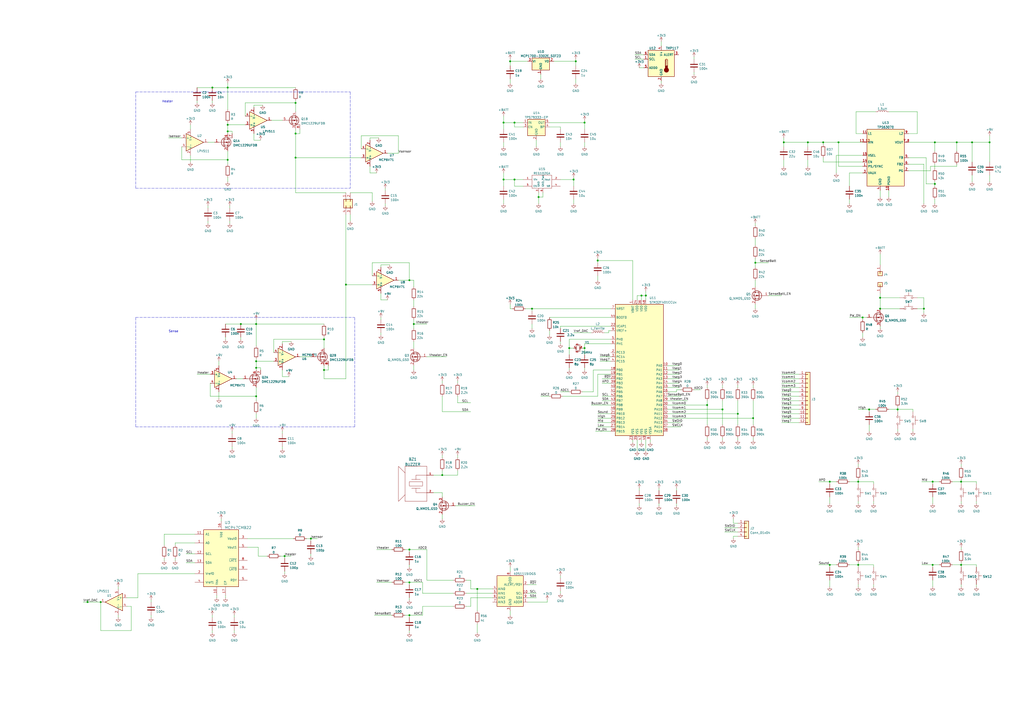
<source format=kicad_sch>
(kicad_sch (version 20211123) (generator eeschema)
  (paper "A2")
  (junction (at 237.49 337.82))
  (junction (at 298.45 71.12))
  (junction (at 237.49 162.56))
  (junction (at 237.49 356.87))
  (junction (at 276.86 341.63))
  (junction (at 312.42 114.3))
  (junction (at 481.33 327.66))
  (junction (at 123.19 50.8))
  (junction (at 436.88 242.57))
  (junction (at 132.08 72.39))
  (junction (at 541.02 327.66))
  (junction (at 574.04 82.55))
  (junction (at 468.63 82.55))
  (junction (at 427.99 240.03))
  (junction (at 295.91 35.56))
  (junction (at 148.59 209.55))
  (junction (at 187.96 214.63))
  (junction (at 132.08 92.71))
  (junction (at 504.19 237.49))
  (junction (at 187.96 196.85))
  (junction (at 542.29 106.68))
  (junction (at 308.61 179.07))
  (junction (at 481.33 279.4))
  (junction (at 139.7 187.96))
  (junction (at 148.59 213.36))
  (junction (at 332.74 104.14))
  (junction (at 240.03 187.96))
  (junction (at 500.38 184.15))
  (junction (at 520.7 237.49))
  (junction (at 557.53 327.66))
  (junction (at 554.99 82.55))
  (junction (at 510.54 179.07))
  (junction (at 542.29 82.55))
  (junction (at 148.59 187.96))
  (junction (at 510.54 172.72))
  (junction (at 165.1 322.58))
  (junction (at 292.1 71.12))
  (junction (at 339.09 71.12))
  (junction (at 171.45 59.69))
  (junction (at 563.88 82.55))
  (junction (at 298.45 104.14))
  (junction (at 334.01 35.56))
  (junction (at 410.21 234.95))
  (junction (at 200.66 165.1))
  (junction (at 339.09 201.93))
  (junction (at 557.53 279.4))
  (junction (at 237.49 318.77))
  (junction (at 454.66 82.55))
  (junction (at 497.84 279.4))
  (junction (at 50.8 349.25))
  (junction (at 497.84 327.66))
  (junction (at 374.65 171.45))
  (junction (at 486.41 82.55))
  (junction (at 171.45 77.47))
  (junction (at 477.52 82.55))
  (junction (at 535.94 179.07))
  (junction (at 148.59 229.87))
  (junction (at 180.34 312.42))
  (junction (at 292.1 104.14))
  (junction (at 372.11 171.45))
  (junction (at 330.2 201.93))
  (junction (at 58.42 349.25))
  (junction (at 256.54 275.59))
  (junction (at 438.15 152.4))
  (junction (at 132.08 76.2))
  (junction (at 419.1 237.49))
  (junction (at 541.02 279.4))
  (junction (at 346.71 151.13))
  (junction (at 132.08 50.8))
  (junction (at 171.45 91.44))
  (wire (pts (xy 330.2 227.33) (xy 325.12 227.33)))
  (wire (pts (xy 392.43 283.21) (xy 392.43 284.48)))
  (wire (pts (xy 387.35 247.65) (xy 394.97 247.65)))
  (wire (pts (xy 372.11 171.45) (xy 372.11 173.99)))
  (wire (pts (xy 419.1 237.49) (xy 419.1 246.38)))
  (wire (pts (xy 497.84 278.13) (xy 497.84 279.4)))
  (wire (pts (xy 313.69 43.18) (xy 313.69 45.72)))
  (wire (pts (xy 387.35 219.71) (xy 393.7 219.71)))
  (wire (pts (xy 339.09 213.36) (xy 339.09 214.63)))
  (wire (pts (xy 557.53 290.83) (xy 557.53 292.1)))
  (wire (pts (xy 234.95 337.82) (xy 237.49 337.82)))
  (wire (pts (xy 132.08 72.39) (xy 142.24 72.39)))
  (wire (pts (xy 339.09 82.55) (xy 339.09 85.09)))
  (wire (pts (xy 292.1 82.55) (xy 292.1 85.09)))
  (wire (pts (xy 220.98 153.67) (xy 220.98 154.94)))
  (wire (pts (xy 298.45 104.14) (xy 303.53 104.14)))
  (wire (pts (xy 504.19 237.49) (xy 504.19 238.76)))
  (wire (pts (xy 477.52 93.98) (xy 477.52 91.44)))
  (wire (pts (xy 541.02 327.66) (xy 541.02 328.93)))
  (wire (pts (xy 87.63 356.87) (xy 87.63 358.14)))
  (wire (pts (xy 510.54 172.72) (xy 521.97 172.72)))
  (wire (pts (xy 468.63 92.71) (xy 468.63 96.52)))
  (wire (pts (xy 148.59 185.42) (xy 148.59 187.96)))
  (wire (pts (xy 410.21 234.95) (xy 410.21 246.38)))
  (wire (pts (xy 535.94 172.72) (xy 535.94 179.07)))
  (wire (pts (xy 554.99 82.55) (xy 563.88 82.55)))
  (wire (pts (xy 165.1 331.47) (xy 165.1 332.74)))
  (wire (pts (xy 132.08 76.2) (xy 134.62 76.2)))
  (wire (pts (xy 346.71 217.17) (xy 346.71 229.87)))
  (wire (pts (xy 527.05 99.06) (xy 539.75 99.06)))
  (wire (pts (xy 285.75 346.71) (xy 273.05 346.71)))
  (wire (pts (xy 387.35 237.49) (xy 419.1 237.49)))
  (wire (pts (xy 383.54 46.99) (xy 383.54 48.26)))
  (wire (pts (xy 101.6 314.96) (xy 113.03 314.96)))
  (wire (pts (xy 292.1 67.31) (xy 292.1 71.12)))
  (wire (pts (xy 215.9 152.4) (xy 237.49 152.4)))
  (wire (pts (xy 492.76 100.33) (xy 492.76 107.95)))
  (wire (pts (xy 171.45 91.44) (xy 171.45 111.76)))
  (wire (pts (xy 332.74 193.04) (xy 342.9 193.04)))
  (wire (pts (xy 325.12 189.23) (xy 325.12 190.5)))
  (wire (pts (xy 165.1 322.58) (xy 168.91 322.58)))
  (wire (pts (xy 532.13 77.47) (xy 527.05 77.47)))
  (wire (pts (xy 410.21 254) (xy 410.21 255.27)))
  (wire (pts (xy 425.45 311.15) (xy 425.45 312.42)))
  (wire (pts (xy 532.13 172.72) (xy 535.94 172.72)))
  (wire (pts (xy 527.05 95.25) (xy 535.94 95.25)))
  (wire (pts (xy 346.71 240.03) (xy 354.33 240.03)))
  (polyline (pts (xy 78.74 109.22) (xy 78.74 53.34)))
  (wire (pts (xy 387.35 240.03) (xy 427.99 240.03)))
  (wire (pts (xy 237.49 162.56) (xy 240.03 162.56)))
  (wire (pts (xy 339.09 201.93) (xy 339.09 205.74)))
  (wire (pts (xy 306.07 35.56) (xy 295.91 35.56)))
  (wire (pts (xy 500.38 93.98) (xy 477.52 93.98)))
  (wire (pts (xy 180.34 312.42) (xy 184.15 312.42)))
  (wire (pts (xy 137.16 219.71) (xy 140.97 219.71)))
  (wire (pts (xy 506.73 290.83) (xy 506.73 292.1)))
  (wire (pts (xy 515.62 237.49) (xy 520.7 237.49)))
  (wire (pts (xy 148.59 224.79) (xy 148.59 229.87)))
  (wire (pts (xy 349.25 232.41) (xy 354.33 232.41)))
  (wire (pts (xy 308.61 179.07) (xy 354.33 179.07)))
  (wire (pts (xy 132.08 92.71) (xy 132.08 95.25)))
  (wire (pts (xy 438.15 176.53) (xy 438.15 179.07)))
  (wire (pts (xy 50.8 347.98) (xy 50.8 349.25)))
  (wire (pts (xy 245.11 344.17) (xy 262.89 344.17)))
  (wire (pts (xy 537.21 91.44) (xy 537.21 106.68)))
  (wire (pts (xy 148.59 229.87) (xy 148.59 232.41)))
  (wire (pts (xy 427.99 311.15) (xy 425.45 311.15)))
  (wire (pts (xy 402.59 33.02) (xy 402.59 34.29)))
  (wire (pts (xy 425.45 303.53) (xy 425.45 300.99)))
  (wire (pts (xy 256.54 220.98) (xy 256.54 222.25)))
  (wire (pts (xy 113.03 332.74) (xy 80.01 332.74)))
  (wire (pts (xy 265.43 275.59) (xy 265.43 273.05)))
  (wire (pts (xy 76.2 351.79) (xy 73.66 351.79)))
  (wire (pts (xy 295.91 354.33) (xy 295.91 356.87)))
  (wire (pts (xy 420.37 308.61) (xy 427.99 308.61)))
  (wire (pts (xy 245.11 351.79) (xy 245.11 356.87)))
  (wire (pts (xy 240.03 162.56) (xy 240.03 166.37)))
  (wire (pts (xy 420.37 306.07) (xy 427.99 306.07)))
  (wire (pts (xy 240.03 187.96) (xy 247.65 187.96)))
  (wire (pts (xy 187.96 196.85) (xy 187.96 201.93)))
  (wire (pts (xy 500.38 193.04) (xy 500.38 195.58)))
  (wire (pts (xy 314.96 111.76) (xy 314.96 114.3)))
  (polyline (pts (xy 78.74 184.15) (xy 205.74 184.15)))
  (wire (pts (xy 383.54 24.13) (xy 383.54 26.67)))
  (wire (pts (xy 453.39 234.95) (xy 463.55 234.95)))
  (wire (pts (xy 387.35 229.87) (xy 394.97 229.87)))
  (wire (pts (xy 163.83 250.19) (xy 163.83 251.46)))
  (wire (pts (xy 295.91 35.56) (xy 295.91 34.29)))
  (wire (pts (xy 339.09 199.39) (xy 354.33 199.39)))
  (wire (pts (xy 264.16 293.37) (xy 275.59 293.37)))
  (wire (pts (xy 123.19 58.42) (xy 123.19 59.69)))
  (wire (pts (xy 226.06 153.67) (xy 220.98 153.67)))
  (wire (pts (xy 256.54 273.05) (xy 256.54 275.59)))
  (wire (pts (xy 223.52 109.22) (xy 223.52 110.49)))
  (wire (pts (xy 346.71 247.65) (xy 354.33 247.65)))
  (wire (pts (xy 349.25 219.71) (xy 354.33 219.71)))
  (wire (pts (xy 332.74 104.14) (xy 332.74 107.95)))
  (wire (pts (xy 502.92 184.15) (xy 500.38 184.15)))
  (wire (pts (xy 492.76 279.4) (xy 497.84 279.4)))
  (wire (pts (xy 107.95 321.31) (xy 113.03 321.31)))
  (wire (pts (xy 231.14 88.9) (xy 224.79 88.9)))
  (wire (pts (xy 492.76 184.15) (xy 500.38 184.15)))
  (wire (pts (xy 314.96 114.3) (xy 312.42 114.3)))
  (wire (pts (xy 80.01 332.74) (xy 80.01 346.71)))
  (wire (pts (xy 256.54 285.75) (xy 256.54 288.29)))
  (wire (pts (xy 492.76 115.57) (xy 492.76 118.11)))
  (wire (pts (xy 539.75 99.06) (xy 539.75 96.52)))
  (wire (pts (xy 273.05 346.71) (xy 273.05 351.79)))
  (wire (pts (xy 240.03 187.96) (xy 240.03 190.5)))
  (wire (pts (xy 256.54 275.59) (xy 265.43 275.59)))
  (wire (pts (xy 508 237.49) (xy 504.19 237.49)))
  (wire (pts (xy 306.07 339.09) (xy 311.15 339.09)))
  (wire (pts (xy 510.54 172.72) (xy 510.54 179.07)))
  (wire (pts (xy 497.84 290.83) (xy 497.84 292.1)))
  (wire (pts (xy 566.42 328.93) (xy 566.42 327.66)))
  (wire (pts (xy 292.1 104.14) (xy 298.45 104.14)))
  (wire (pts (xy 158.75 196.85) (xy 187.96 196.85)))
  (wire (pts (xy 220.98 173.99) (xy 224.79 173.99)))
  (wire (pts (xy 325.12 189.23) (xy 354.33 189.23)))
  (wire (pts (xy 453.39 224.79) (xy 463.55 224.79)))
  (wire (pts (xy 566.42 280.67) (xy 566.42 279.4)))
  (wire (pts (xy 427.99 240.03) (xy 427.99 246.38)))
  (polyline (pts (xy 78.74 53.34) (xy 203.2 53.34)))
  (wire (pts (xy 132.08 76.2) (xy 132.08 77.47)))
  (wire (pts (xy 497.84 279.4) (xy 497.84 280.67)))
  (wire (pts (xy 273.05 351.79) (xy 270.51 351.79)))
  (wire (pts (xy 346.71 245.11) (xy 354.33 245.11)))
  (wire (pts (xy 497.84 317.5) (xy 497.84 318.77)))
  (wire (pts (xy 485.14 279.4) (xy 481.33 279.4)))
  (wire (pts (xy 304.8 179.07) (xy 308.61 179.07)))
  (wire (pts (xy 372.11 171.45) (xy 369.57 171.45)))
  (wire (pts (xy 453.39 237.49) (xy 463.55 237.49)))
  (wire (pts (xy 143.51 317.5) (xy 149.86 317.5)))
  (wire (pts (xy 209.55 78.74) (xy 231.14 78.74)))
  (wire (pts (xy 147.32 77.47) (xy 147.32 81.28)))
  (wire (pts (xy 557.53 326.39) (xy 557.53 327.66)))
  (wire (pts (xy 237.49 346.71) (xy 237.49 347.98)))
  (wire (pts (xy 298.45 73.66) (xy 298.45 71.12)))
  (wire (pts (xy 297.18 179.07) (xy 295.91 179.07)))
  (wire (pts (xy 354.33 191.77) (xy 353.06 191.77)))
  (wire (pts (xy 436.88 254) (xy 436.88 255.27)))
  (wire (pts (xy 273.05 341.63) (xy 276.86 341.63)))
  (wire (pts (xy 318.77 184.15) (xy 354.33 184.15)))
  (wire (pts (xy 481.33 288.29) (xy 481.33 292.1)))
  (wire (pts (xy 87.63 347.98) (xy 87.63 349.25)))
  (wire (pts (xy 121.92 222.25) (xy 121.92 229.87)))
  (wire (pts (xy 520.7 227.33) (xy 520.7 228.6)))
  (wire (pts (xy 544.83 279.4) (xy 541.02 279.4)))
  (wire (pts (xy 180.34 312.42) (xy 180.34 313.69)))
  (wire (pts (xy 127 227.33) (xy 127 231.14)))
  (wire (pts (xy 541.02 279.4) (xy 541.02 280.67)))
  (wire (pts (xy 332.74 102.87) (xy 332.74 104.14)))
  (wire (pts (xy 346.71 151.13) (xy 346.71 152.4)))
  (wire (pts (xy 163.83 198.12) (xy 163.83 199.39)))
  (wire (pts (xy 200.66 219.71) (xy 200.66 165.1)))
  (wire (pts (xy 256.54 229.87) (xy 256.54 238.76)))
  (wire (pts (xy 542.29 106.68) (xy 542.29 107.95)))
  (wire (pts (xy 101.6 316.23) (xy 101.6 314.96)))
  (wire (pts (xy 245.11 337.82) (xy 245.11 344.17)))
  (wire (pts (xy 123.19 365.76) (xy 123.19 367.03)))
  (wire (pts (xy 148.59 209.55) (xy 158.75 209.55)))
  (polyline (pts (xy 78.74 247.65) (xy 205.74 247.65)))
  (wire (pts (xy 453.39 232.41) (xy 463.55 232.41)))
  (wire (pts (xy 557.53 278.13) (xy 557.53 279.4)))
  (wire (pts (xy 557.53 327.66) (xy 557.53 328.93)))
  (wire (pts (xy 370.84 283.21) (xy 370.84 284.48)))
  (wire (pts (xy 427.99 223.52) (xy 427.99 224.79)))
  (wire (pts (xy 114.3 217.17) (xy 121.92 217.17)))
  (wire (pts (xy 215.9 160.02) (xy 215.9 152.4)))
  (wire (pts (xy 113.03 309.88) (xy 95.25 309.88)))
  (wire (pts (xy 445.77 171.45) (xy 453.39 171.45)))
  (wire (pts (xy 256.54 264.16) (xy 256.54 265.43)))
  (wire (pts (xy 187.96 212.09) (xy 187.96 214.63)))
  (wire (pts (xy 318.77 191.77) (xy 318.77 194.31)))
  (wire (pts (xy 468.63 82.55) (xy 468.63 85.09)))
  (wire (pts (xy 339.09 199.39) (xy 339.09 201.93)))
  (wire (pts (xy 337.82 201.93) (xy 339.09 201.93)))
  (wire (pts (xy 453.39 222.25) (xy 463.55 222.25)))
  (wire (pts (xy 346.71 160.02) (xy 346.71 162.56)))
  (wire (pts (xy 97.79 80.01) (xy 105.41 80.01)))
  (wire (pts (xy 163.83 214.63) (xy 163.83 218.44)))
  (wire (pts (xy 532.13 179.07) (xy 535.94 179.07)))
  (wire (pts (xy 566.42 279.4) (xy 557.53 279.4)))
  (wire (pts (xy 566.42 339.09) (xy 566.42 340.36)))
  (wire (pts (xy 325.12 104.14) (xy 332.74 104.14)))
  (wire (pts (xy 392.43 227.33) (xy 387.35 227.33)))
  (wire (pts (xy 544.83 327.66) (xy 541.02 327.66)))
  (wire (pts (xy 367.03 255.27) (xy 367.03 256.54)))
  (wire (pts (xy 557.53 279.4) (xy 557.53 280.67)))
  (wire (pts (xy 454.66 82.55) (xy 454.66 85.09)))
  (wire (pts (xy 346.71 151.13) (xy 346.71 149.86)))
  (wire (pts (xy 132.08 102.87) (xy 132.08 105.41)))
  (wire (pts (xy 392.43 226.06) (xy 394.97 226.06)))
  (wire (pts (xy 382.27 283.21) (xy 382.27 284.48)))
  (wire (pts (xy 128.27 300.99) (xy 128.27 302.26)))
  (wire (pts (xy 130.81 187.96) (xy 139.7 187.96)))
  (wire (pts (xy 237.49 162.56) (xy 231.14 162.56)))
  (wire (pts (xy 95.25 323.85) (xy 95.25 325.12)))
  (wire (pts (xy 481.33 336.55) (xy 481.33 340.36)))
  (wire (pts (xy 148.59 208.28) (xy 148.59 209.55)))
  (wire (pts (xy 387.35 242.57) (xy 436.88 242.57)))
  (wire (pts (xy 510.54 110.49) (xy 510.54 114.3)))
  (wire (pts (xy 120.65 82.55) (xy 124.46 82.55)))
  (wire (pts (xy 453.39 242.57) (xy 463.55 242.57)))
  (wire (pts (xy 372.11 255.27) (xy 372.11 256.54)))
  (wire (pts (xy 532.13 64.77) (xy 532.13 77.47)))
  (wire (pts (xy 273.05 336.55) (xy 273.05 341.63)))
  (wire (pts (xy 50.8 349.25) (xy 58.42 349.25)))
  (wire (pts (xy 237.49 318.77) (xy 247.65 318.77)))
  (wire (pts (xy 506.73 328.93) (xy 506.73 327.66)))
  (wire (pts (xy 270.51 336.55) (xy 273.05 336.55)))
  (wire (pts (xy 419.1 232.41) (xy 419.1 237.49)))
  (wire (pts (xy 214.63 96.52) (xy 214.63 100.33)))
  (wire (pts (xy 542.29 115.57) (xy 542.29 118.11)))
  (wire (pts (xy 552.45 327.66) (xy 557.53 327.66)))
  (wire (pts (xy 557.53 269.24) (xy 557.53 270.51)))
  (wire (pts (xy 171.45 91.44) (xy 209.55 91.44)))
  (wire (pts (xy 330.2 213.36) (xy 330.2 214.63)))
  (wire (pts (xy 497.84 269.24) (xy 497.84 270.51)))
  (wire (pts (xy 541.02 288.29) (xy 541.02 292.1)))
  (wire (pts (xy 276.86 361.95) (xy 276.86 367.03)))
  (wire (pts (xy 506.73 327.66) (xy 497.84 327.66)))
  (wire (pts (xy 237.49 356.87) (xy 237.49 358.14)))
  (wire (pts (xy 168.91 198.12) (xy 163.83 198.12)))
  (wire (pts (xy 557.53 317.5) (xy 557.53 318.77)))
  (wire (pts (xy 334.01 35.56) (xy 334.01 34.29)))
  (wire (pts (xy 135.89 356.87) (xy 135.89 358.14)))
  (wire (pts (xy 438.15 129.54) (xy 438.15 130.81)))
  (wire (pts (xy 330.2 196.85) (xy 354.33 196.85)))
  (wire (pts (xy 217.17 356.87) (xy 227.33 356.87)))
  (wire (pts (xy 48.26 349.25) (xy 50.8 349.25)))
  (wire (pts (xy 76.2 365.76) (xy 76.2 351.79)))
  (wire (pts (xy 134.62 76.2) (xy 134.62 77.47)))
  (wire (pts (xy 563.88 82.55) (xy 574.04 82.55)))
  (wire (pts (xy 486.41 82.55) (xy 477.52 82.55)))
  (wire (pts (xy 134.62 259.08) (xy 134.62 260.35)))
  (wire (pts (xy 382.27 292.1) (xy 382.27 293.37)))
  (wire (pts (xy 171.45 50.8) (xy 132.08 50.8)))
  (wire (pts (xy 515.62 110.49) (xy 515.62 114.3)))
  (wire (pts (xy 342.9 234.95) (xy 354.33 234.95)))
  (wire (pts (xy 496.57 64.77) (xy 508 64.77)))
  (wire (pts (xy 500.38 90.17) (xy 485.14 90.17)))
  (wire (pts (xy 542.29 82.55) (xy 542.29 87.63)))
  (wire (pts (xy 318.77 73.66) (xy 325.12 73.66)))
  (wire (pts (xy 149.86 317.5) (xy 149.86 322.58)))
  (wire (pts (xy 295.91 328.93) (xy 295.91 331.47)))
  (wire (pts (xy 477.52 82.55) (xy 468.63 82.55)))
  (wire (pts (xy 374.65 171.45) (xy 372.11 171.45)))
  (wire (pts (xy 218.44 318.77) (xy 227.33 318.77)))
  (wire (pts (xy 265.43 233.68) (xy 273.05 233.68)))
  (wire (pts (xy 308.61 179.07) (xy 308.61 180.34)))
  (wire (pts (xy 132.08 48.26) (xy 132.08 50.8)))
  (wire (pts (xy 125.73 345.44) (xy 125.73 346.71)))
  (wire (pts (xy 474.98 279.4) (xy 481.33 279.4)))
  (wire (pts (xy 321.31 35.56) (xy 334.01 35.56)))
  (wire (pts (xy 234.95 318.77) (xy 237.49 318.77)))
  (polyline (pts (xy 203.2 53.34) (xy 203.2 109.22)))
  (wire (pts (xy 344.17 227.33) (xy 337.82 227.33)))
  (wire (pts (xy 276.86 341.63) (xy 285.75 341.63)))
  (wire (pts (xy 542.29 106.68) (xy 542.29 105.41)))
  (wire (pts (xy 377.19 255.27) (xy 377.19 256.54)))
  (wire (pts (xy 107.95 326.39) (xy 113.03 326.39)))
  (wire (pts (xy 349.25 222.25) (xy 354.33 222.25)))
  (wire (pts (xy 554.99 82.55) (xy 554.99 87.63)))
  (wire (pts (xy 162.56 322.58) (xy 165.1 322.58)))
  (wire (pts (xy 438.15 138.43) (xy 438.15 142.24)))
  (wire (pts (xy 148.59 209.55) (xy 148.59 213.36)))
  (wire (pts (xy 214.63 100.33) (xy 218.44 100.33)))
  (wire (pts (xy 353.06 191.77) (xy 353.06 193.04)))
  (wire (pts (xy 537.21 106.68) (xy 542.29 106.68)))
  (wire (pts (xy 387.35 234.95) (xy 410.21 234.95)))
  (wire (pts (xy 171.45 74.93) (xy 171.45 77.47)))
  (wire (pts (xy 347.98 209.55) (xy 354.33 209.55)))
  (wire (pts (xy 187.96 219.71) (xy 200.66 219.71)))
  (wire (pts (xy 130.81 345.44) (xy 130.81 346.71)))
  (wire (pts (xy 367.03 173.99) (xy 367.03 151.13)))
  (wire (pts (xy 240.03 198.12) (xy 240.03 201.93)))
  (wire (pts (xy 147.32 81.28) (xy 151.13 81.28)))
  (wire (pts (xy 120.65 128.27) (xy 120.65 129.54)))
  (wire (pts (xy 306.07 344.17) (xy 311.15 344.17)))
  (wire (pts (xy 142.24 59.69) (xy 171.45 59.69)))
  (wire (pts (xy 326.39 229.87) (xy 346.71 229.87)))
  (wire (pts (xy 539.75 96.52) (xy 554.99 96.52)))
  (wire (pts (xy 496.57 77.47) (xy 496.57 64.77)))
  (wire (pts (xy 147.32 60.96) (xy 147.32 62.23)))
  (wire (pts (xy 492.76 327.66) (xy 497.84 327.66)))
  (wire (pts (xy 374.65 173.99) (xy 374.65 171.45)))
  (wire (pts (xy 58.42 365.76) (xy 76.2 365.76)))
  (wire (pts (xy 368.3 34.29) (xy 373.38 34.29)))
  (wire (pts (xy 332.74 115.57) (xy 332.74 118.11)))
  (wire (pts (xy 346.71 242.57) (xy 354.33 242.57)))
  (wire (pts (xy 292.1 104.14) (xy 292.1 107.95)))
  (wire (pts (xy 127 209.55) (xy 127 212.09)))
  (wire (pts (xy 133.35 128.27) (xy 133.35 129.54)))
  (wire (pts (xy 325.12 198.12) (xy 325.12 199.39)))
  (wire (pts (xy 552.45 279.4) (xy 557.53 279.4)))
  (wire (pts (xy 453.39 217.17) (xy 463.55 217.17)))
  (wire (pts (xy 438.15 162.56) (xy 438.15 166.37)))
  (wire (pts (xy 438.15 152.4) (xy 445.77 152.4)))
  (wire (pts (xy 200.66 165.1) (xy 215.9 165.1)))
  (wire (pts (xy 485.14 90.17) (xy 485.14 100.33)))
  (wire (pts (xy 410.21 223.52) (xy 410.21 224.79)))
  (wire (pts (xy 563.88 82.55) (xy 563.88 93.98)))
  (wire (pts (xy 345.44 250.19) (xy 354.33 250.19)))
  (wire (pts (xy 133.35 119.38) (xy 133.35 120.65)))
  (wire (pts (xy 374.65 168.91) (xy 374.65 171.45)))
  (wire (pts (xy 534.67 327.66) (xy 541.02 327.66)))
  (wire (pts (xy 325.12 342.9) (xy 325.12 344.17)))
  (wire (pts (xy 330.2 201.93) (xy 332.74 201.93)))
  (wire (pts (xy 312.42 114.3) (xy 312.42 118.11)))
  (wire (pts (xy 139.7 195.58) (xy 139.7 196.85)))
  (wire (pts (xy 387.35 222.25) (xy 393.7 222.25)))
  (wire (pts (xy 436.88 232.41) (xy 436.88 242.57)))
  (wire (pts (xy 453.39 219.71) (xy 463.55 219.71)))
  (wire (pts (xy 402.59 226.06) (xy 406.4 226.06)))
  (wire (pts (xy 276.86 341.63) (xy 276.86 354.33)))
  (wire (pts (xy 306.07 346.71) (xy 311.15 346.71)))
  (wire (pts (xy 312.42 111.76) (xy 312.42 114.3)))
  (wire (pts (xy 190.5 212.09) (xy 190.5 214.63)))
  (wire (pts (xy 500.38 184.15) (xy 500.38 185.42)))
  (wire (pts (xy 149.86 322.58) (xy 154.94 322.58)))
  (wire (pts (xy 427.99 303.53) (xy 425.45 303.53)))
  (wire (pts (xy 148.59 240.03) (xy 148.59 242.57)))
  (wire (pts (xy 387.35 212.09) (xy 393.7 212.09)))
  (wire (pts (xy 468.63 82.55) (xy 454.66 82.55)))
  (wire (pts (xy 148.59 213.36) (xy 148.59 214.63)))
  (wire (pts (xy 500.38 100.33) (xy 492.76 100.33)))
  (wire (pts (xy 387.35 224.79) (xy 393.7 224.79)))
  (wire (pts (xy 240.03 173.99) (xy 240.03 177.8)))
  (wire (pts (xy 436.88 242.57) (xy 436.88 246.38)))
  (wire (pts (xy 105.41 92.71) (xy 132.08 92.71)))
  (wire (pts (xy 574.04 101.6) (xy 574.04 105.41)))
  (wire (pts (xy 566.42 290.83) (xy 566.42 292.1)))
  (wire (pts (xy 574.04 82.55) (xy 574.04 93.98)))
  (wire (pts (xy 506.73 280.67) (xy 506.73 279.4)))
  (wire (pts (xy 237.49 337.82) (xy 237.49 339.09)))
  (wire (pts (xy 303.53 73.66) (xy 298.45 73.66)))
  (wire (pts (xy 292.1 100.33) (xy 292.1 104.14)))
  (wire (pts (xy 171.45 77.47) (xy 171.45 91.44)))
  (wire (pts (xy 529.59 237.49) (xy 520.7 237.49)))
  (wire (pts (xy 500.38 77.47) (xy 496.57 77.47)))
  (wire (pts (xy 453.39 245.11) (xy 463.55 245.11)))
  (wire (pts (xy 231.14 78.74) (xy 231.14 88.9)))
  (wire (pts (xy 481.33 327.66) (xy 481.33 328.93)))
  (wire (pts (xy 215.9 111.76) (xy 215.9 116.84)))
  (wire (pts (xy 110.49 90.17) (xy 110.49 93.98)))
  (wire (pts (xy 535.94 179.07) (xy 535.94 181.61)))
  (wire (pts (xy 574.04 78.74) (xy 574.04 82.55)))
  (wire (pts (xy 68.58 356.87) (xy 68.58 358.14)))
  (wire (pts (xy 114.3 50.8) (xy 123.19 50.8)))
  (wire (pts (xy 177.8 312.42) (xy 180.34 312.42)))
  (wire (pts (xy 506.73 339.09) (xy 506.73 340.36)))
  (wire (pts (xy 298.45 104.14) (xy 298.45 107.95)))
  (wire (pts (xy 317.5 349.25) (xy 317.5 347.98)))
  (polyline (pts (xy 78.74 184.15) (xy 78.74 247.65)))
  (wire (pts (xy 151.13 213.36) (xy 151.13 214.63)))
  (wire (pts (xy 486.41 96.52) (xy 486.41 82.55)))
  (wire (pts (xy 318.77 71.12) (xy 339.09 71.12)))
  (wire (pts (xy 453.39 227.33) (xy 463.55 227.33)))
  (wire (pts (xy 347.98 207.01) (xy 354.33 207.01)))
  (wire (pts (xy 223.52 118.11) (xy 223.52 119.38)))
  (wire (pts (xy 121.92 229.87) (xy 148.59 229.87)))
  (wire (pts (xy 515.62 64.77) (xy 532.13 64.77)))
  (wire (pts (xy 158.75 204.47) (xy 158.75 196.85)))
  (wire (pts (xy 497.84 339.09) (xy 497.84 340.36)))
  (wire (pts (xy 506.73 279.4) (xy 497.84 279.4)))
  (wire (pts (xy 220.98 170.18) (xy 220.98 173.99)))
  (wire (pts (xy 171.45 59.69) (xy 171.45 58.42)))
  (wire (pts (xy 157.48 69.85) (xy 163.83 69.85)))
  (wire (pts (xy 303.53 107.95) (xy 298.45 107.95)))
  (wire (pts (xy 486.41 82.55) (xy 500.38 82.55)))
  (wire (pts (xy 110.49 72.39) (xy 110.49 74.93)))
  (wire (pts (xy 209.55 86.36) (xy 209.55 78.74)))
  (wire (pts (xy 330.2 201.93) (xy 330.2 205.74)))
  (wire (pts (xy 105.41 85.09) (xy 105.41 92.71)))
  (wire (pts (xy 369.57 255.27) (xy 369.57 261.62)))
  (wire (pts (xy 262.89 336.55) (xy 247.65 336.55)))
  (wire (pts (xy 527.05 91.44) (xy 537.21 91.44)))
  (wire (pts (xy 369.57 171.45) (xy 369.57 173.99)))
  (wire (pts (xy 270.51 344.17) (xy 285.75 344.17)))
  (wire (pts (xy 134.62 250.19) (xy 134.62 251.46)))
  (wire (pts (xy 203.2 111.76) (xy 215.9 111.76)))
  (wire (pts (xy 163.83 218.44) (xy 167.64 218.44)))
  (wire (pts (xy 350.52 193.04) (xy 353.06 193.04)))
  (wire (pts (xy 173.99 207.01) (xy 180.34 207.01)))
  (wire (pts (xy 247.65 207.01) (xy 259.08 207.01)))
  (wire (pts (xy 163.83 259.08) (xy 163.83 260.35)))
  (wire (pts (xy 142.24 67.31) (xy 142.24 59.69)))
  (wire (pts (xy 427.99 254) (xy 427.99 255.27)))
  (wire (pts (xy 240.03 185.42) (xy 240.03 187.96)))
  (wire (pts (xy 438.15 152.4) (xy 438.15 154.94)))
  (wire (pts (xy 419.1 254) (xy 419.1 255.27)))
  (wire (pts (xy 265.43 264.16) (xy 265.43 265.43)))
  (wire (pts (xy 171.45 111.76) (xy 200.66 111.76)))
  (wire (pts (xy 130.81 195.58) (xy 130.81 196.85)))
  (wire (pts (xy 237.49 152.4) (xy 237.49 162.56)))
  (polyline (pts (xy 205.74 247.65) (xy 205.74 184.15)))
  (wire (pts (xy 298.45 71.12) (xy 303.53 71.12)))
  (wire (pts (xy 339.09 71.12) (xy 339.09 74.93)))
  (wire (pts (xy 367.03 151.13) (xy 346.71 151.13)))
  (wire (pts (xy 203.2 124.46) (xy 203.2 128.27)))
  (wire (pts (xy 220.98 193.04) (xy 220.98 194.31)))
  (wire (pts (xy 534.67 279.4) (xy 541.02 279.4)))
  (wire (pts (xy 485.14 327.66) (xy 481.33 327.66)))
  (wire (pts (xy 542.29 82.55) (xy 554.99 82.55)))
  (wire (pts (xy 152.4 60.96) (xy 147.32 60.96)))
  (wire (pts (xy 214.63 80.01) (xy 214.63 81.28)))
  (wire (pts (xy 370.84 292.1) (xy 370.84 293.37)))
  (wire (pts (xy 58.42 349.25) (xy 58.42 365.76)))
  (wire (pts (xy 256.54 238.76) (xy 273.05 238.76)))
  (wire (pts (xy 292.1 115.57) (xy 292.1 118.11)))
  (wire (pts (xy 187.96 187.96) (xy 148.59 187.96)))
  (wire (pts (xy 453.39 229.87) (xy 463.55 229.87)))
  (wire (pts (xy 132.08 72.39) (xy 132.08 76.2)))
  (wire (pts (xy 135.89 365.76) (xy 135.89 367.03)))
  (wire (pts (xy 387.35 232.41) (xy 398.78 232.41)))
  (wire (pts (xy 520.7 237.49) (xy 520.7 238.76)))
  (wire (pts (xy 339.09 69.85) (xy 339.09 71.12)))
  (wire (pts (xy 187.96 196.85) (xy 187.96 195.58)))
  (wire (pts (xy 234.95 356.87) (xy 237.49 356.87)))
  (wire (pts (xy 504.19 246.38) (xy 504.19 250.19)))
  (wire (pts (xy 200.66 165.1) (xy 200.66 124.46)))
  (wire (pts (xy 497.84 237.49) (xy 504.19 237.49)))
  (wire (pts (xy 132.08 71.12) (xy 132.08 72.39)))
  (wire (pts (xy 520.7 236.22) (xy 520.7 237.49)))
  (wire (pts (xy 529.59 238.76) (xy 529.59 237.49)))
  (wire (pts (xy 497.84 327.66) (xy 497.84 328.93)))
  (wire (pts (xy 334.01 45.72) (xy 334.01 48.26)))
  (wire (pts (xy 237.49 365.76) (xy 237.49 367.03)))
  (wire (pts (xy 120.65 119.38) (xy 120.65 120.65)))
  (wire (pts (xy 541.02 336.55) (xy 541.02 340.36)))
  (wire (pts (xy 325.12 82.55) (xy 325.12 85.09)))
  (wire (pts (xy 510.54 170.18) (xy 510.54 172.72)))
  (wire (pts (xy 529.59 248.92) (xy 529.59 250.19)))
  (wire (pts (xy 308.61 187.96) (xy 308.61 190.5)))
  (wire (pts (xy 410.21 232.41) (xy 410.21 234.95)))
  (wire (pts (xy 349.25 229.87) (xy 354.33 229.87)))
  (wire (pts (xy 114.3 58.42) (xy 114.3 59.69)))
  (wire (pts (xy 251.46 285.75) (xy 256.54 285.75)))
  (wire (pts (xy 370.84 39.37) (xy 373.38 39.37)))
  (wire (pts (xy 527.05 82.55) (xy 542.29 82.55)))
  (wire (pts (xy 101.6 323.85) (xy 101.6 325.12)))
  (wire (pts (xy 265.43 220.98) (xy 265.43 222.25)))
  (wire (pts (xy 132.08 50.8) (xy 132.08 63.5)))
  (wire (pts (xy 143.51 312.42) (xy 170.18 312.42)))
  (wire (pts (xy 219.71 80.01) (xy 214.63 80.01)))
  (wire (pts (xy 346.71 217.17) (xy 354.33 217.17)))
  (wire (pts (xy 247.65 318.77) (xy 247.65 336.55)))
  (wire (pts (xy 563.88 101.6) (xy 563.88 105.41)))
  (wire (pts (xy 187.96 214.63) (xy 187.96 219.71)))
  (wire (pts (xy 438.15 149.86) (xy 438.15 152.4)))
  (wire (pts (xy 190.5 214.63) (xy 187.96 214.63)))
  (wire (pts (xy 95.25 309.88) (xy 95.25 316.23)))
  (wire (pts (xy 392.43 227.33) (xy 392.43 226.06)))
  (wire (pts (xy 477.52 82.55) (xy 477.52 83.82)))
  (wire (pts (xy 520.7 248.92) (xy 520.7 250.19)))
  (wire (pts (xy 497.84 326.39) (xy 497.84 327.66)))
  (wire (pts (xy 354.33 214.63) (xy 344.17 214.63)))
  (wire (pts (xy 419.1 223.52) (xy 419.1 224.79)))
  (wire (pts (xy 292.1 71.12) (xy 298.45 71.12)))
  (wire (pts (xy 237.49 337.82) (xy 245.11 337.82)))
  (wire (pts (xy 165.1 322.58) (xy 165.1 323.85)))
  (wire (pts (xy 251.46 275.59) (xy 256.54 275.59)))
  (wire (pts (xy 392.43 292.1) (xy 392.43 293.37)))
  (wire (pts (xy 330.2 196.85) (xy 330.2 201.93)))
  (wire (pts (xy 325.12 334.01) (xy 325.12 335.28)))
  (wire (pts (xy 318.77 229.87) (xy 313.69 229.87)))
  (wire (pts (xy 510.54 179.07) (xy 521.97 179.07)))
  (wire (pts (xy 148.59 187.96) (xy 148.59 200.66)))
  (wire (pts (xy 427.99 232.41) (xy 427.99 240.03)))
  (wire (pts (xy 123.19 50.8) (xy 132.08 50.8)))
  (wire (pts (xy 344.17 214.63) (xy 344.17 227.33)))
  (wire (pts (xy 292.1 71.12) (xy 292.1 74.93)))
  (wire (pts (xy 180.34 321.31) (xy 180.34 322.58)))
  (wire (pts (xy 171.45 59.69) (xy 171.45 64.77)))
  (wire (pts (xy 453.39 240.03) (xy 463.55 240.03)))
  (wire (pts (xy 334.01 35.56) (xy 334.01 38.1)))
  (wire (pts (xy 387.35 217.17) (xy 393.7 217.17)))
  (wire (pts (xy 500.38 96.52) (xy 486.41 96.52)))
  (wire (pts (xy 295.91 45.72) (xy 295.91 48.26)))
  (polyline (pts (xy 78.74 109.22) (xy 203.2 109.22)))
  (wire (pts (xy 311.15 81.28) (xy 311.15 85.09)))
  (wire (pts (xy 402.59 41.91) (xy 402.59 43.18)))
  (wire (pts (xy 237.49 356.87) (xy 245.11 356.87)))
  (wire (pts (xy 374.65 255.27) (xy 374.65 261.62)))
  (wire (pts (xy 436.88 223.52) (xy 436.88 224.79)))
  (wire (pts (xy 474.98 327.66) (xy 481.33 327.66)))
  (wire (pts (xy 262.89 351.79) (xy 245.11 351.79)))
  (wire (pts (xy 173.99 77.47) (xy 171.45 77.47)))
  (wire (pts (xy 510.54 147.32) (xy 510.54 153.67)))
  (wire (pts (xy 265.43 229.87) (xy 265.43 233.68)))
  (wire (pts (xy 173.99 74.93) (xy 173.99 77.47)))
  (wire (pts (xy 387.35 245.11) (xy 394.97 245.11)))
  (wire (pts (xy 237.49 318.77) (xy 237.49 320.04)))
  (wire (pts (xy 368.3 31.75) (xy 373.38 31.75)))
  (wire (pts (xy 542.29 95.25) (xy 542.29 97.79)))
  (wire (pts (xy 454.66 80.01) (xy 454.66 82.55)))
  (wire (pts (xy 237.49 327.66) (xy 237.49 328.93)))
  (wire (pts (xy 80.01 346.71) (xy 73.66 346.71)))
  (wire (pts (xy 218.44 337.82) (xy 227.33 337.82)))
  (wire (pts (xy 139.7 187.96) (xy 148.59 187.96)))
  (wire (pts (xy 123.19 356.87) (xy 123.19 358.14)))
  (wire (pts (xy 220.98 184.15) (xy 220.98 185.42)))
  (wire (pts (xy 387.35 214.63) (xy 393.7 214.63)))
  (wire (pts (xy 148.59 213.36) (xy 151.13 213.36)))
  (wire (pts (xy 454.66 92.71) (xy 454.66 96.52)))
  (wire (pts (xy 295.91 176.53) (xy 295.91 179.07)))
  (wire (pts (xy 132.08 87.63) (xy 132.08 92.71)))
  (wire (pts (xy 535.94 95.25) (xy 535.94 118.11)))
  (wire (pts (xy 306.07 349.25) (xy 317.5 349.25)))
  (wire (pts (xy 557.53 339.09) (xy 557.53 340.36)))
  (wire (pts (xy 295.91 35.56) (xy 295.91 38.1)))
  (wire (pts (xy 481.33 279.4) (xy 481.33 280.67)))
  (wire (pts (xy 240.03 212.09) (xy 240.03 214.63)))
  (wire (pts (xy 566.42 327.66) (xy 557.53 327.66)))
  (wire (pts (xy 68.58 340.36) (xy 68.58 341.63)))
  (wire (pts (xy 325.12 73.66) (xy 325.12 74.93)))
  (wire (pts (xy 510.54 189.23) (xy 510.54 190.5)))
  (wire (pts (xy 256.54 298.45) (xy 256.54 300.99)))
  (wire (pts (xy 554.99 96.52) (xy 554.99 95.25)))
  (text "Sense" (at 97.79 193.04 0) (effects (font (size 1.27 1.27)) (justify left bottom)))
  (text "Heater" (at 93.98 59.69 0) (effects (font (size 1.27 1.27)) (justify left bottom)))
  (label "Buzzer_EN" (at 265.43 293.37 0))
  (label "Vseg1" (at 453.39 229.87 0))
  (label "Vheater_EN" (at 388.62 232.41 0))
  (label "SCL" (at 267.97 233.68 0))
  (label "SCL" (at 368.3 34.29 0))
  (label "Vcomm2" (at 453.39 222.25 0))
  (label "Vseg5" (at 389.89 224.79 0))
  (label "Vseg1" (at 389.89 214.63 0))
  (label "SenseBatt_EN" (at 445.77 171.45 0))
  (label "Vseg6" (at 453.39 242.57 0))
  (label "Mid" (at 534.67 279.4 0))
  (label "ADC0" (at 242.57 318.77 0))
  (label "Low" (at 346.71 247.65 0))
  (label "Vheater_EN" (at 248.92 207.01 0))
  (label "Mid" (at 346.71 245.11 0))
  (label "SCL" (at 307.34 344.17 0))
  (label "SDA" (at 349.25 232.41 0))
  (label "APO" (at 474.98 279.4 0))
  (label "Vseg3" (at 453.39 234.95 0))
  (label "Vcomm3" (at 453.39 224.79 0))
  (label "Isensor" (at 97.79 80.01 0))
  (label "Low" (at 534.67 327.66 0))
  (label "SDA" (at 267.97 238.76 0))
  (label "PW_ON" (at 492.76 184.15 0))
  (label "Vcomm3" (at 389.89 242.57 0))
  (label "Vcomm1" (at 389.89 237.49 0))
  (label "SenseBatt" (at 440.69 152.4 0))
  (label "ADC1" (at 325.12 227.33 0))
  (label "Vheater" (at 218.44 318.77 0))
  (label "Vsensor" (at 218.44 337.82 0))
  (label "Vheater" (at 241.3 187.96 0))
  (label "Vcomm0" (at 453.39 217.17 0))
  (label "Vref_DAC" (at 332.74 193.04 0))
  (label "Vseg7" (at 453.39 245.11 0))
  (label "SWCLK" (at 420.37 308.61 0))
  (label "Vcomm2" (at 389.89 240.03 0))
  (label "High" (at 346.71 242.57 0))
  (label "Sound" (at 346.71 240.03 0))
  (label "~{RDY}" (at 307.34 339.09 0))
  (label "SenseBatt_EN" (at 387.35 229.87 0))
  (label "~{RDY}" (at 350.52 219.71 0))
  (label "SDA" (at 307.34 346.71 0))
  (label "SDA" (at 107.95 326.39 0))
  (label "Isensor" (at 180.34 312.42 0))
  (label "Vsensor" (at 231.14 88.9 0))
  (label "Vseg4" (at 453.39 237.49 0))
  (label "APO" (at 349.25 222.25 0))
  (label "SCL" (at 107.95 321.31 0))
  (label "Vseg0" (at 453.39 227.33 0))
  (label "Vseg6" (at 347.98 207.01 0))
  (label "Vseg2" (at 453.39 232.41 0))
  (label "ADC2" (at 313.69 229.87 0))
  (label "High" (at 497.84 237.49 0))
  (label "Buzzer_EN" (at 342.9 234.95 0))
  (label "Vseg3" (at 389.89 219.71 0))
  (label "ADC2" (at 240.03 356.87 0))
  (label "SWDIO" (at 420.37 306.07 0))
  (label "Vref_DAC" (at 48.26 349.25 0))
  (label "SCL" (at 349.25 229.87 0))
  (label "Vseg7" (at 347.98 209.55 0))
  (label "ADC1" (at 240.03 337.82 0))
  (label "Vcomm0" (at 389.89 234.95 0))
  (label "Vseg2" (at 389.89 217.17 0))
  (label "Vseg5" (at 453.39 240.03 0))
  (label "Vcomm1" (at 453.39 219.71 0))
  (label "ADC0" (at 402.59 226.06 0))
  (label "Vseg4" (at 389.89 222.25 0))
  (label "SDA" (at 368.3 31.75 0))
  (label "Iheater" (at 114.3 217.17 0))
  (label "PW_ON" (at 345.44 250.19 0))
  (label "SenseBatt" (at 217.17 356.87 0))
  (label "Sound" (at 474.98 327.66 0))
  (label "SWCLK" (at 389.89 247.65 0))
  (label "SWDIO" (at 389.89 245.11 0))
  (label "Iheater" (at 165.1 322.58 0))
  (label "Vseg0" (at 389.89 212.09 0))
  (symbol (lib_id "Amplifier_Operational:LPV811DBV") (at 113.03 82.55 0) (unit 1)
    (property "Reference" "U2" (at 114.3 78.74 0) (effects (justify left)))
    (property "Value" "LPV511" (at 114.3 87.63 0) (effects (justify left)))
    (property "Footprint" "Package_TO_SOT_SMD:SOT-353_SC-70-5" (effects hide))
    (property "Datasheet" "https://www.ti.com/lit/ds/symlink/lpv812.pdf" (effects hide))
  )
  (symbol (lib_id "Device:Q_NMOS_GSD") (at 242.57 207.01 0) (mirror y) (unit 1)
    (property "Reference" "Q3" (at 237.3631 206.1753 0) (effects (justify left)))
    (property "Value" "Q_NMOS_GSD" (at 237.3631 208.7122 0) (effects (justify left)))
    (property "Footprint" "Package_TO_SOT_SMD:SOT-23" (effects hide))
  )
  (symbol (lib_id "power:GND") (at 541.02 340.36 0) (unit 1)
    (property "Reference" "#PWR0120" (effects hide))
    (property "Value" "GND" (at 541.02 344.8034 0))
  )
  (symbol (lib_id "Device:R") (at 511.81 237.49 90) (unit 1)
    (property "Reference" "R45" (at 511.81 232.7742 90))
    (property "Value" "100k" (at 511.81 235.3111 90))
    (property "Footprint" "Yame_library:SM0402-MR" (effects hide))
  )
  (symbol (lib_id "power:GND") (at 114.3 59.69 0) (unit 1)
    (property "Reference" "#PWR09" (effects hide))
    (property "Value" "GND" (at 114.3 64.1334 0))
  )
  (symbol (lib_id "power:+3.3V") (at 132.08 48.26 0) (unit 1)
    (property "Reference" "#PWR020" (effects hide))
    (property "Value" "+3.3V" (at 132.08 44.6842 0))
  )
  (symbol (lib_id "Device:R") (at 334.01 227.33 270) (mirror x) (unit 1)
    (property "Reference" "R27" (at 334.01 222.6142 90))
    (property "Value" "0" (at 334.01 225.1511 90))
    (property "Footprint" "Yame_library:SM0402-MR" (effects hide))
  )
  (symbol (lib_id "power:GND") (at 574.04 105.41 0) (unit 1)
    (property "Reference" "#PWR0135" (effects hide))
    (property "Value" "GND" (at 574.04 109.8534 0))
  )
  (symbol (lib_id "Device:R") (at 548.64 327.66 90) (unit 1)
    (property "Reference" "R47" (at 548.64 322.9442 90))
    (property "Value" "100k" (at 548.64 325.4811 90))
    (property "Footprint" "Yame_library:SM0402-MR" (effects hide))
  )
  (symbol (lib_id "power:+3.3V") (at 325.12 334.01 0) (unit 1)
    (property "Reference" "#PWR068" (effects hide))
    (property "Value" "+3.3V" (at 325.12 330.4342 0))
  )
  (symbol (lib_id "power:GND") (at 120.65 129.54 0) (unit 1)
    (property "Reference" "#PWR011" (effects hide))
    (property "Value" "GND" (at 120.65 133.9834 0))
  )
  (symbol (lib_id "Device:R") (at 427.99 228.6 0) (unit 1)
    (property "Reference" "R33" (at 429.768 227.7653 0) (effects (justify left)))
    (property "Value" "390k" (at 429.768 230.3022 0) (effects (justify left)))
    (property "Footprint" "Yame_library:SM0402-MR" (effects hide))
  )
  (symbol (lib_id "Device:R") (at 276.86 358.14 180) (unit 1)
    (property "Reference" "R56" (at 278.638 357.3053 0) (effects (justify right)))
    (property "Value" "nc" (at 278.638 359.8422 0) (effects (justify right)))
    (property "Footprint" "Yame_library:SM0402-MR" (effects hide))
  )
  (symbol (lib_id "YameLib:BUZZER") (at 241.3 280.67 0) (unit 1)
    (property "Reference" "BZ1" (at 239.395 266.4259 0) (effects (font (size 1.524 1.524))))
    (property "Value" "BUZZER" (at 239.395 269.4193 0) (effects (font (size 1.524 1.524))))
    (property "Footprint" "Buzzer_Beeper:Buzzer_15x7.5RM7.6" (effects hide))
  )
  (symbol (lib_id "power:GND") (at 330.2 214.63 0) (unit 1)
    (property "Reference" "#PWR070" (effects hide))
    (property "Value" "GND" (at 330.2 219.0734 0))
  )
  (symbol (lib_id "power:GND") (at 237.49 367.03 0) (unit 1)
    (property "Reference" "#PWR051" (effects hide))
    (property "Value" "GND" (at 237.49 371.4734 0))
  )
  (symbol (lib_id "Device:R") (at 95.25 320.04 0) (unit 1)
    (property "Reference" "R1" (at 97.028 319.2053 0) (effects (justify left)))
    (property "Value" "0" (at 97.028 321.7422 0) (effects (justify left)))
    (property "Footprint" "Yame_library:SM0201-MR" (effects hide))
  )
  (symbol (lib_id "power:GND") (at 542.29 118.11 0) (unit 1)
    (property "Reference" "#PWR0123" (effects hide))
    (property "Value" "GND" (at 542.29 122.5534 0))
  )
  (symbol (lib_id "Device:R") (at 436.88 228.6 0) (unit 1)
    (property "Reference" "R35" (at 438.658 227.7653 0) (effects (justify left)))
    (property "Value" "390k" (at 438.658 230.3022 0) (effects (justify left)))
    (property "Footprint" "Yame_library:SM0402-MR" (effects hide))
  )
  (symbol (lib_id "power:GND") (at 292.1 118.11 0) (unit 1)
    (property "Reference" "#PWR0145" (effects hide))
    (property "Value" "GND" (at 292.1 122.5534 0))
  )
  (symbol (lib_id "power:+9V") (at 148.59 185.42 0) (unit 1)
    (property "Reference" "#PWR029" (effects hide))
    (property "Value" "+9V" (at 148.59 181.8442 0))
  )
  (symbol (lib_id "Device:C") (at 346.71 156.21 0) (unit 1)
    (property "Reference" "C26" (at 349.631 155.3753 0) (effects (justify left)))
    (property "Value" "100n" (at 349.631 157.9122 0) (effects (justify left)))
    (property "Footprint" "Yame_library:SM0201-MR" (effects hide))
  )
  (symbol (lib_id "power:+3.3V") (at 218.44 100.33 0) (unit 1)
    (property "Reference" "#PWR041" (effects hide))
    (property "Value" "+3.3V" (at 218.44 96.7542 0))
  )
  (symbol (lib_id "Device:C") (at 165.1 327.66 0) (unit 1)
    (property "Reference" "C12" (at 168.021 326.8253 0) (effects (justify left)))
    (property "Value" "100p" (at 168.021 329.3622 0) (effects (justify left)))
    (property "Footprint" "Yame_library:SM0402-MR" (effects hide))
  )
  (symbol (lib_id "power:GND") (at 520.7 250.19 0) (unit 1)
    (property "Reference" "#PWR0125" (effects hide))
    (property "Value" "GND" (at 520.7 254.6334 0))
  )
  (symbol (lib_id "Device:R") (at 101.6 320.04 0) (unit 1)
    (property "Reference" "R2" (at 103.378 319.2053 0) (effects (justify left)))
    (property "Value" "0" (at 103.378 321.7422 0) (effects (justify left)))
    (property "Footprint" "Yame_library:SM0201-MR" (effects hide))
  )
  (symbol (lib_id "power:GND") (at 374.65 261.62 0) (unit 1)
    (property "Reference" "#PWR084" (effects hide))
    (property "Value" "GND" (at 374.65 266.0634 0))
  )
  (symbol (lib_id "YameLib:SW_Push") (at 497.84 334.01 270) (unit 1)
    (property "Reference" "SW2" (at 501.523 334.4438 90) (effects (justify left)))
    (property "Value" "SW_Push" (effects hide))
    (property "Footprint" "Button_Switch_SMD:SW_SPST_EVPBF" (effects hide))
  )
  (symbol (lib_id "power:GND") (at 427.99 255.27 0) (unit 1)
    (property "Reference" "#PWR0101" (effects hide))
    (property "Value" "GND" (at 427.99 259.7134 0))
  )
  (symbol (lib_id "Device:Crystal_GND24_Small") (at 335.28 201.93 0) (unit 1)
    (property "Reference" "Y1" (at 340.5694 198.6621 0))
    (property "Value" "25MHz" (at 340.36 204.47 0))
    (property "Footprint" "Crystal:Crystal_SMD_3225-4Pin_3.2x2.5mm" (effects hide))
  )
  (symbol (lib_id "power:GND") (at 313.69 45.72 0) (unit 1)
    (property "Reference" "#PWR064" (effects hide))
    (property "Value" "GND" (at 313.69 50.1634 0))
  )
  (symbol (lib_id "YameLib:REG102GA") (at 313.69 105.41 0) (unit 1)
    (property "Reference" "U15" (at 314.325 98.0272 0))
    (property "Value" "REG102GA" (at 314.325 100.5641 0))
    (property "Footprint" "Package_TO_SOT_SMD:SOT-223-6" (effects hide))
  )
  (symbol (lib_id "Device:C") (at 334.01 41.91 0) (unit 1)
    (property "Reference" "C24" (at 336.931 41.0753 0) (effects (justify left)))
    (property "Value" "1u" (at 336.931 43.6122 0) (effects (justify left)))
    (property "Footprint" "Yame_library:SM0603-MR" (effects hide))
  )
  (symbol (lib_id "YameLib:SW_Push") (at 497.84 285.75 270) (unit 1)
    (property "Reference" "SW1" (at 501.523 286.1838 90) (effects (justify left)))
    (property "Value" "SW_Push" (effects hide))
    (property "Footprint" "Button_Switch_SMD:SW_SPST_EVPBF" (effects hide))
  )
  (symbol (lib_id "power:GND") (at 220.98 194.31 0) (unit 1)
    (property "Reference" "#PWR044" (effects hide))
    (property "Value" "GND" (at 220.98 198.7534 0))
  )
  (symbol (lib_id "Device:C") (at 133.35 124.46 0) (unit 1)
    (property "Reference" "C7" (at 136.271 123.6253 0) (effects (justify left)))
    (property "Value" "100n" (at 136.271 126.1622 0) (effects (justify left)))
    (property "Footprint" "Yame_library:SM0201-MR" (effects hide))
  )
  (symbol (lib_id "power:GND") (at 168.91 198.12 0) (unit 1)
    (property "Reference" "#PWR037" (effects hide))
    (property "Value" "GND" (at 168.91 202.5634 0))
  )
  (symbol (lib_id "power:GND") (at 226.06 153.67 0) (unit 1)
    (property "Reference" "#PWR048" (effects hide))
    (property "Value" "GND" (at 226.06 158.1134 0))
  )
  (symbol (lib_id "Device:R") (at 419.1 228.6 0) (unit 1)
    (property "Reference" "R31" (at 420.878 227.7653 0) (effects (justify left)))
    (property "Value" "390k" (at 420.878 230.3022 0) (effects (justify left)))
    (property "Footprint" "Yame_library:SM0402-MR" (effects hide))
  )
  (symbol (lib_id "power:GND") (at 566.42 292.1 0) (unit 1)
    (property "Reference" "#PWR0149" (effects hide))
    (property "Value" "GND" (at 566.42 296.5434 0))
  )
  (symbol (lib_id "Device:R") (at 171.45 54.61 0) (unit 1)
    (property "Reference" "R8" (at 173.228 53.7753 0) (effects (justify left)))
    (property "Value" "R" (at 173.228 56.3122 0) (effects (justify left)))
    (property "Footprint" "Yame_library:SM0402-MR" (effects hide))
  )
  (symbol (lib_id "Amplifier_Operational:LPV811DBV") (at 166.37 207.01 0) (mirror x) (unit 1)
    (property "Reference" "U6" (at 175.1076 208.1784 0) (effects (justify left)))
    (property "Value" "MCP6V71" (at 175.1076 205.867 0) (effects (justify left)))
    (property "Footprint" "Package_TO_SOT_SMD:SOT-23-5" (effects hide))
    (property "Datasheet" "https://www.ti.com/lit/ds/symlink/lpv812.pdf" (effects hide))
  )
  (symbol (lib_id "power:GND") (at 485.14 100.33 0) (unit 1)
    (property "Reference" "#PWR0106" (effects hide))
    (property "Value" "GND" (at 485.14 104.7734 0))
  )
  (symbol (lib_id "Device:C") (at 541.02 284.48 0) (unit 1)
    (property "Reference" "C37" (at 543.941 283.6453 0) (effects (justify left)))
    (property "Value" "100n" (at 543.941 286.1822 0) (effects (justify left)))
    (property "Footprint" "Yame_library:SM0201-MR" (effects hide))
  )
  (symbol (lib_id "Device:Q_NMOS_GSD") (at 440.69 171.45 0) (mirror y) (unit 1)
    (property "Reference" "Q5" (at 435.4831 170.6153 0) (effects (justify left)))
    (property "Value" "Q_NMOS_GSD" (at 435.4831 173.1522 0) (effects (justify left)))
    (property "Footprint" "Package_TO_SOT_SMD:SOT-23" (effects hide))
  )
  (symbol (lib_id "power:+BATT") (at 510.54 147.32 0) (unit 1)
    (property "Reference" "#PWR0130" (effects hide))
    (property "Value" "+BATT" (at 510.54 143.7442 0))
  )
  (symbol (lib_id "power:+9V") (at 224.79 173.99 0) (unit 1)
    (property "Reference" "#PWR047" (effects hide))
    (property "Value" "+9V" (at 224.79 170.4142 0))
  )
  (symbol (lib_id "Device:C") (at 237.49 342.9 0) (unit 1)
    (property "Reference" "C17" (at 240.411 342.0653 0) (effects (justify left)))
    (property "Value" "1u" (at 240.411 344.6022 0) (effects (justify left)))
    (property "Footprint" "Yame_library:SM0402-MR" (effects hide))
  )
  (symbol (lib_id "power:+3.3V") (at 120.65 119.38 0) (unit 1)
    (property "Reference" "#PWR010" (effects hide))
    (property "Value" "+3.3V" (at 120.65 115.8042 0))
  )
  (symbol (lib_id "power:GND") (at 180.34 322.58 0) (unit 1)
    (property "Reference" "#PWR038" (effects hide))
    (property "Value" "GND" (at 180.34 327.0234 0))
  )
  (symbol (lib_id "Device:C") (at 220.98 189.23 0) (unit 1)
    (property "Reference" "C14" (at 223.901 188.3953 0) (effects (justify left)))
    (property "Value" "100n" (at 223.901 190.9322 0) (effects (justify left)))
    (property "Footprint" "Yame_library:SM0201-MR" (effects hide))
  )
  (symbol (lib_id "Device:R") (at 557.53 322.58 0) (unit 1)
    (property "Reference" "R54" (at 559.308 321.7453 0) (effects (justify left)))
    (property "Value" "3.9k" (at 559.308 324.2822 0) (effects (justify left)))
    (property "Footprint" "Yame_library:SM0402-MR" (effects hide))
  )
  (symbol (lib_id "Device:L_Ferrite") (at 346.71 193.04 90) (unit 1)
    (property "Reference" "L2" (at 346.71 187.9432 90))
    (property "Value" "L_Ferrite" (at 346.71 190.4801 90))
    (property "Footprint" "Yame_library:SM0603-MR" (effects hide))
  )
  (symbol (lib_id "YameLib:SW_Push") (at 527.05 179.07 0) (unit 1)
    (property "Reference" "SW7" (at 527.05 174.9862 0))
    (property "Value" "SW_Push" (effects hide))
    (property "Footprint" "Button_Switch_SMD:SW_SPST_EVPBF" (effects hide))
  )
  (symbol (lib_id "power:GND") (at 510.54 190.5 0) (unit 1)
    (property "Reference" "#PWR0131" (effects hide))
    (property "Value" "GND" (at 510.54 194.9434 0))
  )
  (symbol (lib_id "power:GND") (at 152.4 60.96 0) (unit 1)
    (property "Reference" "#PWR032" (effects hide))
    (property "Value" "GND" (at 152.4 65.4034 0))
  )
  (symbol (lib_id "Device:C") (at 237.49 361.95 0) (unit 1)
    (property "Reference" "C18" (at 240.411 361.1153 0) (effects (justify left)))
    (property "Value" "1u" (at 240.411 363.6522 0) (effects (justify left)))
    (property "Footprint" "Yame_library:SM0402-MR" (effects hide))
  )
  (symbol (lib_id "power:GND") (at 312.42 118.11 0) (unit 1)
    (property "Reference" "#PWR0146" (effects hide))
    (property "Value" "GND" (at 312.42 122.5534 0))
  )
  (symbol (lib_id "Device:R") (at 488.95 327.66 90) (unit 1)
    (property "Reference" "R39" (at 488.95 322.9442 90))
    (property "Value" "100k" (at 488.95 325.4811 90))
    (property "Footprint" "Yame_library:SM0402-MR" (effects hide))
  )
  (symbol (lib_id "Device:R") (at 398.78 226.06 90) (unit 1)
    (property "Reference" "R28" (at 398.78 221.3442 90))
    (property "Value" "0" (at 398.78 223.8811 90))
    (property "Footprint" "Yame_library:SM0402-MR" (effects hide))
  )
  (symbol (lib_id "power:GND") (at 132.08 105.41 0) (unit 1)
    (property "Reference" "#PWR021" (effects hide))
    (property "Value" "GND" (at 132.08 109.8534 0))
  )
  (symbol (lib_id "Device:C") (at 454.66 88.9 0) (unit 1)
    (property "Reference" "C32" (at 457.581 88.0653 0) (effects (justify left)))
    (property "Value" "22u" (at 457.581 90.6022 0) (effects (justify left)))
    (property "Footprint" "Yame_library:SM0603-MR" (effects hide))
  )
  (symbol (lib_id "power:GND") (at 506.73 292.1 0) (unit 1)
    (property "Reference" "#PWR0148" (effects hide))
    (property "Value" "GND" (at 506.73 296.5434 0))
  )
  (symbol (lib_id "YameLib:SW_Push") (at 557.53 285.75 270) (unit 1)
    (property "Reference" "SW9" (at 561.213 286.1838 90) (effects (justify left)))
    (property "Value" "SW_Push" (effects hide))
    (property "Footprint" "Button_Switch_SMD:SW_SPST_EVPBF" (effects hide))
  )
  (symbol (lib_id "Device:R") (at 265.43 226.06 0) (unit 1)
    (property "Reference" "R19" (at 267.208 225.2253 0) (effects (justify left)))
    (property "Value" "2.2k" (at 267.208 227.7622 0) (effects (justify left)))
    (property "Footprint" "Yame_library:SM0201-MR" (effects hide))
  )
  (symbol (lib_id "power:+9V") (at 574.04 78.74 0) (unit 1)
    (property "Reference" "#PWR0134" (effects hide))
    (property "Value" "+9V" (at 574.04 75.1642 0))
  )
  (symbol (lib_id "Device:C") (at 330.2 209.55 0) (unit 1)
    (property "Reference" "C23" (at 333.121 208.7153 0) (effects (justify left)))
    (property "Value" "8p" (at 333.121 211.2522 0) (effects (justify left)))
    (property "Footprint" "Yame_library:SM0402-MR" (effects hide))
  )
  (symbol (lib_id "power:GND") (at 292.1 85.09 0) (unit 1)
    (property "Reference" "#PWR0142" (effects hide))
    (property "Value" "GND" (at 292.1 89.5334 0))
  )
  (symbol (lib_id "Device:C") (at 563.88 97.79 0) (unit 1)
    (property "Reference" "C39" (at 566.801 96.9553 0) (effects (justify left)))
    (property "Value" "10u" (at 566.801 99.4922 0) (effects (justify left)))
    (property "Footprint" "Yame_library:SM0603-MR" (effects hide))
  )
  (symbol (lib_id "power:GND") (at 325.12 85.09 0) (unit 1)
    (property "Reference" "#PWR0139" (effects hide))
    (property "Value" "GND" (at 325.12 89.5334 0))
  )
  (symbol (lib_id "YameLib:MCP47CMB22") (at 128.27 323.85 0) (unit 1)
    (property "Reference" "U3" (at 130.2894 303.1289 0) (effects (font (size 1.524 1.524)) (justify left)))
    (property "Value" "MCP47CMB22" (at 130.2894 306.1223 0) (effects (font (size 1.524 1.524)) (justify left)))
    (property "Footprint" "Package_DFN_QFN:QFN-16-1EP_3x3mm_P0.5mm_EP1.7x1.7mm" (effects hide))
  )
  (symbol (lib_id "power:GND") (at 130.81 196.85 0) (unit 1)
    (property "Reference" "#PWR019" (effects hide))
    (property "Value" "GND" (at 130.81 201.2934 0))
  )
  (symbol (lib_id "power:+9V") (at 134.62 250.19 0) (unit 1)
    (property "Reference" "#PWR024" (effects hide))
    (property "Value" "+9V" (at 134.62 246.6142 0))
  )
  (symbol (lib_id "Connector_Generic:Conn_01x01") (at 510.54 158.75 270) (unit 1)
    (property "Reference" "J4" (at 512.572 159.1838 90) (effects (justify left)))
    (property "Value" "Conn_01x01" (effects hide))
    (property "Footprint" "Yame_library:Conn1_batt" (effects hide))
  )
  (symbol (lib_id "Device:R") (at 132.08 99.06 0) (unit 1)
    (property "Reference" "R4" (at 133.858 98.2253 0) (effects (justify left)))
    (property "Value" "R" (at 133.858 100.7622 0) (effects (justify left)))
    (property "Footprint" "Yame_library:SM0402-MR" (effects hide))
  )
  (symbol (lib_id "Device:C") (at 339.09 209.55 0) (unit 1)
    (property "Reference" "C25" (at 342.011 208.7153 0) (effects (justify left)))
    (property "Value" "8p" (at 342.011 211.2522 0) (effects (justify left)))
    (property "Footprint" "Yame_library:SM0402-MR" (effects hide))
  )
  (symbol (lib_id "power:GND") (at 557.53 292.1 0) (unit 1)
    (property "Reference" "#PWR0127" (effects hide))
    (property "Value" "GND" (at 557.53 296.5434 0))
  )
  (symbol (lib_id "power:+3.3V") (at 123.19 356.87 0) (unit 1)
    (property "Reference" "#PWR013" (effects hide))
    (property "Value" "+3.3V" (at 123.19 353.2942 0))
  )
  (symbol (lib_id "power:+3.3V") (at 87.63 347.98 0) (unit 1)
    (property "Reference" "#PWR03" (effects hide))
    (property "Value" "+3.3V" (at 87.63 344.4042 0))
  )
  (symbol (lib_id "power:GND") (at 223.52 119.38 0) (unit 1)
    (property "Reference" "#PWR046" (effects hide))
    (property "Value" "GND" (at 223.52 123.8234 0))
  )
  (symbol (lib_id "power:+3.3V") (at 374.65 168.91 0) (unit 1)
    (property "Reference" "#PWR083" (effects hide))
    (property "Value" "+3.3V" (at 374.65 165.3342 0))
  )
  (symbol (lib_id "power:+3.3V") (at 151.13 81.28 0) (unit 1)
    (property "Reference" "#PWR031" (effects hide))
    (property "Value" "+3.3V" (at 151.13 77.7042 0))
  )
  (symbol (lib_id "power:+3.3V") (at 256.54 264.16 0) (unit 1)
    (property "Reference" "#PWR054" (effects hide))
    (property "Value" "+3.3V" (at 256.54 260.5842 0))
  )
  (symbol (lib_id "power:GND") (at 237.49 347.98 0) (unit 1)
    (property "Reference" "#PWR050" (effects hide))
    (property "Value" "GND" (at 237.49 352.4234 0))
  )
  (symbol (lib_id "power:+3.3V") (at 110.49 72.39 0) (unit 1)
    (property "Reference" "#PWR07" (effects hide))
    (property "Value" "+3.3V" (at 110.49 68.8142 0))
  )
  (symbol (lib_id "YameLib:SW_Push") (at 566.42 285.75 270) (unit 1)
    (property "Reference" "SW11" (at 570.103 286.1838 90) (effects (justify left)))
    (property "Value" "SW_Push" (effects hide))
    (property "Footprint" "Yame_library:SW_CARBON" (effects hide))
  )
  (symbol (lib_id "Connector_Generic:Conn_01x04") (at 433.07 306.07 0) (unit 1)
    (property "Reference" "J2" (at 435.102 306.5053 0) (effects (justify left)))
    (property "Value" "Conn_01x04" (at 435.102 309.0422 0) (effects (justify left)))
    (property "Footprint" "Connector_PinHeader_2.54mm:PinHeader_1x04_P2.54mm_Vertical" (effects hide))
  )
  (symbol (lib_id "power:GND") (at 468.63 96.52 0) (unit 1)
    (property "Reference" "#PWR0154" (effects hide))
    (property "Value" "GND" (at 468.63 100.9634 0))
  )
  (symbol (lib_id "power:GND") (at 276.86 367.03 0) (unit 1)
    (property "Reference" "#PWR0153" (effects hide))
    (property "Value" "GND" (at 276.86 371.4734 0))
  )
  (symbol (lib_id "power:GND") (at 438.15 179.07 0) (unit 1)
    (property "Reference" "#PWR0111" (effects hide))
    (property "Value" "GND" (at 438.15 183.5134 0))
  )
  (symbol (lib_id "power:GND") (at 134.62 260.35 0) (unit 1)
    (property "Reference" "#PWR025" (effects hide))
    (property "Value" "GND" (at 134.62 264.7934 0))
  )
  (symbol (lib_id "Device:R") (at 542.29 111.76 0) (unit 1)
    (property "Reference" "R51" (at 544.068 110.9253 0) (effects (justify left)))
    (property "Value" "100k" (at 544.068 113.4622 0) (effects (justify left)))
    (property "Footprint" "Yame_library:SM0402-MR" (effects hide))
  )
  (symbol (lib_id "Device:C") (at 402.59 38.1 0) (unit 1)
    (property "Reference" "C31" (at 405.511 37.2653 0) (effects (justify left)))
    (property "Value" "100n" (at 405.511 39.8022 0) (effects (justify left)))
    (property "Footprint" "Yame_library:SM0201-MR" (effects hide))
  )
  (symbol (lib_id "Device:C") (at 468.63 88.9 0) (unit 1)
    (property "Reference" "C46" (at 471.551 88.0653 0) (effects (justify left)))
    (property "Value" "10u" (at 471.551 90.6022 0) (effects (justify left)))
    (property "Footprint" "Yame_library:SM0603-MR" (effects hide))
  )
  (symbol (lib_id "power:GND") (at 529.59 250.19 0) (unit 1)
    (property "Reference" "#PWR0150" (effects hide))
    (property "Value" "GND" (at 529.59 254.6334 0))
  )
  (symbol (lib_id "power:GND") (at 256.54 300.99 0) (unit 1)
    (property "Reference" "#PWR055" (effects hide))
    (property "Value" "GND" (at 256.54 305.4334 0))
  )
  (symbol (lib_id "power:GND") (at 563.88 105.41 0) (unit 1)
    (property "Reference" "#PWR0132" (effects hide))
    (property "Value" "GND" (at 563.88 109.8534 0))
  )
  (symbol (lib_id "Device:C") (at 370.84 288.29 0) (unit 1)
    (property "Reference" "C28" (at 373.761 287.4553 0) (effects (justify left)))
    (property "Value" "100n" (at 373.761 289.9922 0) (effects (justify left)))
    (property "Footprint" "Yame_library:SM0201-MR" (effects hide))
  )
  (symbol (lib_id "power:GND") (at 318.77 194.31 0) (unit 1)
    (property "Reference" "#PWR066" (effects hide))
    (property "Value" "GND" (at 318.77 198.7534 0))
  )
  (symbol (lib_id "Device:R") (at 497.84 322.58 0) (unit 1)
    (property "Reference" "R44" (at 499.618 321.7453 0) (effects (justify left)))
    (property "Value" "3.9k" (at 499.618 324.2822 0) (effects (justify left)))
    (property "Footprint" "Yame_library:SM0402-MR" (effects hide))
  )
  (symbol (lib_id "Device:C") (at 134.62 255.27 0) (unit 1)
    (property "Reference" "C8" (at 137.541 254.4353 0) (effects (justify left)))
    (property "Value" "100n" (at 137.541 256.9722 0) (effects (justify left)))
    (property "Footprint" "Yame_library:SM0201-MR" (effects hide))
  )
  (symbol (lib_id "Device:R") (at 419.1 250.19 0) (unit 1)
    (property "Reference" "R32" (at 420.878 249.3553 0) (effects (justify left)))
    (property "Value" "390k" (at 420.878 251.8922 0) (effects (justify left)))
    (property "Footprint" "Yame_library:SM0402-MR" (effects hide))
  )
  (symbol (lib_id "Device:R") (at 542.29 91.44 0) (unit 1)
    (property "Reference" "R49" (at 544.068 90.6053 0) (effects (justify left)))
    (property "Value" "910k" (at 544.068 93.1422 0) (effects (justify left)))
    (property "Footprint" "Yame_library:SM0402-MR" (effects hide))
  )
  (symbol (lib_id "power:GND") (at 392.43 293.37 0) (unit 1)
    (property "Reference" "#PWR091" (effects hide))
    (property "Value" "GND" (at 392.43 297.8134 0))
  )
  (symbol (lib_id "power:+3.3V") (at 128.27 300.99 0) (unit 1)
    (property "Reference" "#PWR017" (effects hide))
    (property "Value" "+3.3V" (at 128.27 297.4142 0))
  )
  (symbol (lib_id "power:GND") (at 101.6 325.12 0) (unit 1)
    (property "Reference" "#PWR06" (effects hide))
    (property "Value" "GND" (at 101.6 329.5634 0))
  )
  (symbol (lib_id "power:GND") (at 215.9 116.84 0) (unit 1)
    (property "Reference" "#PWR040" (effects hide))
    (property "Value" "GND" (at 215.9 121.2834 0))
  )
  (symbol (lib_id "power:GND") (at 325.12 344.17 0) (unit 1)
    (property "Reference" "#PWR069" (effects hide))
    (property "Value" "GND" (at 325.12 348.6134 0))
  )
  (symbol (lib_id "power:GND") (at 165.1 332.74 0) (unit 1)
    (property "Reference" "#PWR035" (effects hide))
    (property "Value" "GND" (at 165.1 337.1834 0))
  )
  (symbol (lib_id "Device:R") (at 240.03 181.61 0) (unit 1)
    (property "Reference" "R15" (at 241.808 180.7753 0) (effects (justify left)))
    (property "Value" "22k" (at 241.808 183.3122 0) (effects (justify left)))
    (property "Footprint" "Yame_library:SM0402-MR" (effects hide))
  )
  (symbol (lib_id "power:+3.3V") (at 392.43 283.21 0) (unit 1)
    (property "Reference" "#PWR090" (effects hide))
    (property "Value" "+3.3V" (at 392.43 279.6342 0))
  )
  (symbol (lib_id "power:GND") (at 295.91 48.26 0) (unit 1)
    (property "Reference" "#PWR059" (effects hide))
    (property "Value" "GND" (at 295.91 52.7034 0))
  )
  (symbol (lib_id "YameLib:DUAL_MOS_QFN") (at 168.91 69.85 0) (mirror x) (unit 2)
    (property "Reference" "Q1" (at 174.625 69.0153 0) (effects (justify left)))
    (property "Value" "DMC1229UFDB" (at 174.625 71.5522 0) (effects (justify left)))
    (property "Footprint" "Yame_library:U-DFN2020-6_2x2mm_P0.65mm_EP0.6mm" (effects hide))
    (property "Datasheet" "https://www.onsemi.com/pub/Collateral/FDMC8032L-D.PDF" (effects hide))
  )
  (symbol (lib_id "power:+3.3V") (at 339.09 69.85 0) (unit 1)
    (property "Reference" "#PWR0144" (effects hide))
    (property "Value" "+3.3V" (at 339.09 66.2742 0))
  )
  (symbol (lib_id "Device:R") (at 554.99 91.44 0) (unit 1)
    (property "Reference" "R55" (at 556.768 90.6053 0) (effects (justify left)))
    (property "Value" "100k" (at 556.768 93.1422 0) (effects (justify left)))
    (property "Footprint" "Yame_library:SM0402-MR" (effects hide))
  )
  (symbol (lib_id "Device:R") (at 231.14 318.77 90) (unit 1)
    (property "Reference" "R11" (at 231.14 314.0542 90))
    (property "Value" "100" (at 231.14 316.5911 90))
    (property "Footprint" "Yame_library:SM0402-MR" (effects hide))
  )
  (symbol (lib_id "power:GND") (at 382.27 293.37 0) (unit 1)
    (property "Reference" "#PWR087" (effects hide))
    (property "Value" "GND" (at 382.27 297.8134 0))
  )
  (symbol (lib_id "power:GND") (at 541.02 292.1 0) (unit 1)
    (property "Reference" "#PWR0119" (effects hide))
    (property "Value" "GND" (at 541.02 296.5434 0))
  )
  (symbol (lib_id "power:+3.3V") (at 68.58 340.36 0) (unit 1)
    (property "Reference" "#PWR01" (effects hide))
    (property "Value" "+3.3V" (at 68.58 336.7842 0))
  )
  (symbol (lib_id "power:GND") (at 87.63 358.14 0) (unit 1)
    (property "Reference" "#PWR04" (effects hide))
    (property "Value" "GND" (at 87.63 362.5834 0))
  )
  (symbol (lib_id "Regulator_Linear:MCP1700-3302E_SOT23") (at 313.69 35.56 0) (unit 1)
    (property "Reference" "U10" (at 313.69 29.9552 0))
    (property "Value" "MCP1700-3302E_SOT23" (at 313.69 32.4921 0))
    (property "Footprint" "Package_TO_SOT_SMD:SOT-23" (effects hide))
    (property "Datasheet" "http://ww1.microchip.com/downloads/en/DeviceDoc/20001826D.pdf" (effects hide))
  )
  (symbol (lib_id "Device:R") (at 548.64 279.4 90) (unit 1)
    (property "Reference" "R46" (at 548.64 274.6842 90))
    (property "Value" "100k" (at 548.64 277.2211 90))
    (property "Footprint" "Yame_library:SM0402-MR" (effects hide))
  )
  (symbol (lib_id "Device:R") (at 187.96 191.77 0) (unit 1)
    (property "Reference" "R10" (at 189.738 190.9353 0) (effects (justify left)))
    (property "Value" "R" (at 189.738 193.4722 0) (effects (justify left)))
    (property "Footprint" "Yame_library:SM0402-MR" (effects hide))
  )
  (symbol (lib_id "power:+3.3V") (at 370.84 283.21 0) (unit 1)
    (property "Reference" "#PWR080" (effects hide))
    (property "Value" "+3.3V" (at 370.84 279.6342 0))
  )
  (symbol (lib_id "Device:C") (at 574.04 97.79 0) (unit 1)
    (property "Reference" "C40" (at 576.961 96.9553 0) (effects (justify left)))
    (property "Value" "47u" (at 576.961 99.4922 0) (effects (justify left)))
    (property "Footprint" "Yame_library:SM0805-MR" (effects hide))
  )
  (symbol (lib_id "power:+9V") (at 167.64 218.44 0) (unit 1)
    (property "Reference" "#PWR036" (effects hide))
    (property "Value" "+9V" (at 167.64 214.8642 0))
  )
  (symbol (lib_id "power:+9V") (at 127 209.55 0) (unit 1)
    (property "Reference" "#PWR015" (effects hide))
    (property "Value" "+9V" (at 127 205.9742 0))
  )
  (symbol (lib_id "power:GND") (at 339.09 214.63 0) (unit 1)
    (property "Reference" "#PWR073" (effects hide))
    (property "Value" "GND" (at 339.09 219.0734 0))
  )
  (symbol (lib_name "DUAL_MOS_QFN_1") (lib_id "YameLib:DUAL_MOS_QFN") (at 146.05 219.71 0) (unit 1)
    (property "Reference" "Q2" (at 151.765 218.8753 0) (effects (justify left)))
    (property "Value" "DMC1229UFDB" (at 151.765 221.4122 0) (effects (justify left)))
    (property "Footprint" "Yame_library:U-DFN2020-6_2x2mm_P0.65mm_EP0.6mm" (effects hide))
    (property "Datasheet" "https://www.onsemi.com/pub/Collateral/FDMC8032L-D.PDF" (effects hide))
  )
  (symbol (lib_id "power:GND") (at 410.21 255.27 0) (unit 1)
    (property "Reference" "#PWR095" (effects hide))
    (property "Value" "GND" (at 410.21 259.7134 0))
  )
  (symbol (lib_id "Device:R") (at 256.54 226.06 0) (unit 1)
    (property "Reference" "R17" (at 258.318 225.2253 0) (effects (justify left)))
    (property "Value" "2.2k" (at 258.318 227.7622 0) (effects (justify left)))
    (property "Footprint" "Yame_library:SM0201-MR" (effects hide))
  )
  (symbol (lib_id "power:GND") (at 535.94 118.11 0) (unit 1)
    (property "Reference" "#PWR0121" (effects hide))
    (property "Value" "GND" (at 535.94 122.5534 0))
  )
  (symbol (lib_id "power:GND") (at 110.49 93.98 0) (unit 1)
    (property "Reference" "#PWR08" (effects hide))
    (property "Value" "GND" (at 110.49 98.4234 0))
  )
  (symbol (lib_id "power:+3.3V") (at 370.84 39.37 0) (unit 1)
    (property "Reference" "#PWR079" (effects hide))
    (property "Value" "+3.3V" (at 370.84 35.7942 0))
  )
  (symbol (lib_id "Device:R") (at 265.43 269.24 0) (unit 1)
    (property "Reference" "R20" (at 267.208 268.4053 0) (effects (justify left)))
    (property "Value" "2.2k" (at 267.208 270.9422 0) (effects (justify left)))
    (property "Footprint" "Yame_library:SM0402-MR" (effects hide))
  )
  (symbol (lib_id "Device:R") (at 438.15 146.05 0) (unit 1)
    (property "Reference" "R41" (at 439.928 145.2153 0) (effects (justify left)))
    (property "Value" "22k" (at 439.928 147.7522 0) (effects (justify left)))
    (property "Footprint" "Yame_library:SM0402-MR" (effects hide))
  )
  (symbol (lib_id "power:+3.3V") (at 295.91 328.93 0) (unit 1)
    (property "Reference" "#PWR061" (effects hide))
    (property "Value" "+3.3V" (at 295.91 325.3542 0))
  )
  (symbol (lib_id "power:+3.3V") (at 135.89 356.87 0) (unit 1)
    (property "Reference" "#PWR026" (effects hide))
    (property "Value" "+3.3V" (at 135.89 353.2942 0))
  )
  (symbol (lib_id "Device:C") (at 481.33 332.74 0) (unit 1)
    (property "Reference" "C34" (at 484.251 331.9053 0) (effects (justify left)))
    (property "Value" "100n" (at 484.251 334.4422 0) (effects (justify left)))
    (property "Footprint" "Yame_library:SM0201-MR" (effects hide))
  )
  (symbol (lib_id "Regulator_Linear:TPS79333-EP") (at 311.15 73.66 0) (unit 1)
    (property "Reference" "U14" (at 311.15 65.5152 0))
    (property "Value" "TPS79333-EP" (at 311.15 68.0521 0))
    (property "Footprint" "Package_TO_SOT_SMD:SOT-23-5" (effects hide))
    (property "Datasheet" "http://www.ti.com/lit/ds/symlink/tps79333-ep.pdf" (effects hide))
  )
  (symbol (lib_id "Device:R") (at 148.59 236.22 0) (unit 1)
    (property "Reference" "R6" (at 150.368 235.3853 0) (effects (justify left)))
    (property "Value" "R" (at 150.368 237.9222 0) (effects (justify left)))
    (property "Footprint" "Yame_library:SM0402-MR" (effects hide))
  )
  (symbol (lib_id "Device:R") (at 427.99 250.19 0) (unit 1)
    (property "Reference" "R34" (at 429.768 249.3553 0) (effects (justify left)))
    (property "Value" "390k" (at 429.768 251.8922 0) (effects (justify left)))
    (property "Footprint" "Yame_library:SM0402-MR" (effects hide))
  )
  (symbol (lib_id "power:GND") (at 425.45 312.42 0) (unit 1)
    (property "Reference" "#PWR099" (effects hide))
    (property "Value" "GND" (at 425.45 316.8634 0))
  )
  (symbol (lib_id "power:GND") (at 311.15 85.09 0) (unit 1)
    (property "Reference" "#PWR0141" (effects hide))
    (property "Value" "GND" (at 311.15 89.5334 0))
  )
  (symbol (lib_id "power:+BATT") (at 292.1 100.33 0) (unit 1)
    (property "Reference" "#PWR0143" (effects hide))
    (property "Value" "+BATT" (at 292.1 96.7542 0))
  )
  (symbol (lib_id "Device:C") (at 223.52 114.3 0) (unit 1)
    (property "Reference" "C15" (at 226.441 113.4653 0) (effects (justify left)))
    (property "Value" "100n" (at 226.441 116.0022 0) (effects (justify left)))
    (property "Footprint" "Yame_library:SM0201-MR" (effects hide))
  )
  (symbol (lib_id "power:+3.3V") (at 383.54 24.13 0) (unit 1)
    (property "Reference" "#PWR088" (effects hide))
    (property "Value" "+3.3V" (at 383.54 20.5542 0))
  )
  (symbol (lib_id "power:+3.3V") (at 295.91 176.53 0) (unit 1)
    (property "Reference" "#PWR060" (effects hide))
    (property "Value" "+3.3V" (at 295.91 172.9542 0))
  )
  (symbol (lib_id "power:+3.3V") (at 402.59 33.02 0) (unit 1)
    (property "Reference" "#PWR092" (effects hide))
    (property "Value" "+3.3V" (at 402.59 29.4442 0))
  )
  (symbol (lib_id "Device:C") (at 325.12 194.31 0) (unit 1)
    (property "Reference" "C21" (at 326.39 191.77 0) (effects (justify left)))
    (property "Value" "2.2u" (at 328.93 194.31 0) (effects (justify left)))
    (property "Footprint" "Yame_library:SM0603-MR" (effects hide))
  )
  (symbol (lib_id "power:GND") (at 515.62 114.3 0) (unit 1)
    (property "Reference" "#PWR0117" (effects hide))
    (property "Value" "GND" (at 515.62 118.7434 0))
  )
  (symbol (lib_id "power:+3.3V") (at 223.52 109.22 0) (unit 1)
    (property "Reference" "#PWR045" (effects hide))
    (property "Value" "+3.3V" (at 223.52 105.6442 0))
  )
  (symbol (lib_name "DUAL_MOS_QFN_1") (lib_id "YameLib:DUAL_MOS_QFN") (at 129.54 82.55 0) (unit 1)
    (property "Reference" "Q1" (at 135.255 81.7153 0) (effects (justify left)))
    (property "Value" "DMC1229UFDB" (at 135.255 84.2522 0) (effects (justify left)))
    (property "Footprint" "Yame_library:U-DFN2020-6_2x2mm_P0.65mm_EP0.6mm" (effects hide))
    (property "Datasheet" "https://www.onsemi.com/pub/Collateral/FDMC8032L-D.PDF" (effects hide))
  )
  (symbol (lib_id "Device:R") (at 266.7 351.79 90) (unit 1)
    (property "Reference" "R23" (at 266.7 347.0742 90))
    (property "Value" "0" (at 266.7 349.6111 90))
    (property "Footprint" "Yame_library:SM0402-MR" (effects hide))
  )
  (symbol (lib_id "power:GND") (at 125.73 346.71 0) (unit 1)
    (property "Reference" "#PWR018" (effects hide))
    (property "Value" "GND" (at 125.73 351.1534 0))
  )
  (symbol (lib_id "power:GND") (at 481.33 340.36 0) (unit 1)
    (property "Reference" "#PWR0108" (effects hide))
    (property "Value" "GND" (at 481.33 344.8034 0))
  )
  (symbol (lib_id "YameLib:DUAL_MOS_QFN") (at 185.42 207.01 0) (mirror x) (unit 2)
    (property "Reference" "Q2" (at 191.135 206.1753 0) (effects (justify left)))
    (property "Value" "DMC1229UFDB" (at 191.135 208.7122 0) (effects (justify left)))
    (property "Footprint" "Yame_library:U-DFN2020-6_2x2mm_P0.65mm_EP0.6mm" (effects hide))
    (property "Datasheet" "https://www.onsemi.com/pub/Collateral/FDMC8032L-D.PDF" (effects hide))
  )
  (symbol (lib_id "power:+3.3V") (at 557.53 317.5 0) (unit 1)
    (property "Reference" "#PWR0128" (effects hide))
    (property "Value" "+3.3V" (at 557.53 313.9242 0))
  )
  (symbol (lib_id "power:GND") (at 325.12 199.39 0) (unit 1)
    (property "Reference" "#PWR067" (effects hide))
    (property "Value" "GND" (at 325.12 203.8334 0))
  )
  (symbol (lib_id "power:GND") (at 203.2 128.27 0) (unit 1)
    (property "Reference" "#PWR039" (effects hide))
    (property "Value" "GND" (at 203.2 132.7134 0))
  )
  (symbol (lib_id "power:GND") (at 367.03 256.54 0) (unit 1)
    (property "Reference" "#PWR077" (effects hide))
    (property "Value" "GND" (at 367.03 260.9834 0))
  )
  (symbol (lib_id "Device:C") (at 130.81 191.77 0) (unit 1)
    (property "Reference" "C6" (at 133.731 190.9353 0) (effects (justify left)))
    (property "Value" "100n" (at 133.731 193.4722 0) (effects (justify left)))
    (property "Footprint" "Yame_library:SM0201-MR" (effects hide))
  )
  (symbol (lib_id "YameLib:SW_Push") (at 520.7 243.84 270) (unit 1)
    (property "Reference" "SW5" (at 524.383 244.2738 90) (effects (justify left)))
    (property "Value" "SW_Push" (effects hide))
    (property "Footprint" "Button_Switch_SMD:SW_SPST_EVPBF" (effects hide))
  )
  (symbol (lib_id "power:GND") (at 332.74 118.11 0) (unit 1)
    (property "Reference" "#PWR0137" (effects hide))
    (property "Value" "GND" (at 332.74 122.5534 0))
  )
  (symbol (lib_id "Device:C") (at 292.1 78.74 0) (unit 1)
    (property "Reference" "C41" (at 295.021 77.9053 0) (effects (justify left)))
    (property "Value" "100n" (at 295.021 80.4422 0) (effects (justify left)))
    (property "Footprint" "Yame_library:SM0201-MR" (effects hide))
  )
  (symbol (lib_id "power:GND") (at 346.71 162.56 0) (unit 1)
    (property "Reference" "#PWR074" (effects hide))
    (property "Value" "GND" (at 346.71 167.0034 0))
  )
  (symbol (lib_id "Device:C") (at 504.19 242.57 0) (unit 1)
    (property "Reference" "C36" (at 507.111 241.7353 0) (effects (justify left)))
    (property "Value" "100n" (at 507.111 244.2722 0) (effects (justify left)))
    (property "Footprint" "Yame_library:SM0201-MR" (effects hide))
  )
  (symbol (lib_id "Device:C") (at 339.09 78.74 0) (unit 1)
    (property "Reference" "C45" (at 342.011 77.9053 0) (effects (justify left)))
    (property "Value" "10u" (at 342.011 80.4422 0) (effects (justify left)))
    (property "Footprint" "Yame_library:SM0603-MR" (effects hide))
  )
  (symbol (lib_id "Device:R") (at 158.75 322.58 90) (unit 1)
    (property "Reference" "R7" (at 158.75 317.8642 90))
    (property "Value" "0" (at 158.75 320.4011 90))
    (property "Footprint" "Yame_library:SM0402-MR" (effects hide))
  )
  (symbol (lib_id "Device:C") (at 325.12 339.09 0) (unit 1)
    (property "Reference" "C22" (at 328.041 338.2553 0) (effects (justify left)))
    (property "Value" "100n" (at 328.041 340.7922 0) (effects (justify left)))
    (property "Footprint" "Yame_library:SM0201-MR" (effects hide))
  )
  (symbol (lib_id "Device:C") (at 295.91 41.91 0) (unit 1)
    (property "Reference" "C19" (at 298.831 41.0753 0) (effects (justify left)))
    (property "Value" "1u" (at 298.831 43.6122 0) (effects (justify left)))
    (property "Footprint" "Yame_library:SM0603-MR" (effects hide))
  )
  (symbol (lib_id "Analog_ADC:ADS1115IDGS") (at 295.91 344.17 0) (unit 1)
    (property "Reference" "U9" (at 297.9294 330.3102 0) (effects (justify left)))
    (property "Value" "ADS1115IDGS" (at 297.9294 332.8471 0) (effects (justify left)))
    (property "Footprint" "Package_SO:TSSOP-10_3x3mm_P0.5mm" (effects hide))
    (property "Datasheet" "http://www.ti.com/lit/ds/symlink/ads1113.pdf" (effects hide))
  )
  (symbol (lib_id "power:+3.3V") (at 317.5 347.98 0) (unit 1)
    (property "Reference" "#PWR065" (effects hide))
    (property "Value" "+3.3V" (at 317.5 344.4042 0))
  )
  (symbol (lib_id "MCU_ST_STM32F4:STM32F401CCUx") (at 372.11 214.63 0) (unit 1)
    (property "Reference" "U11" (at 376.6694 172.8302 0) (effects (justify left)))
    (property "Value" "STM32F401CCUx" (at 376.6694 175.3671 0) (effects (justify left)))
    (property "Footprint" "Package_DFN_QFN:QFN-48-1EP_7x7mm_P0.5mm_EP5.6x5.6mm" (effects hide))
    (property "Datasheet" "http://www.st.com/st-web-ui/static/active/en/resource/technical/document/datasheet/DM00086815.pdf" (effects hide))
  )
  (symbol (lib_id "power:GND") (at 566.42 340.36 0) (unit 1)
    (property "Reference" "#PWR0152" (effects hide))
    (property "Value" "GND" (at 566.42 344.8034 0))
  )
  (symbol (lib_id "power:+3.3V") (at 419.1 223.52 0) (unit 1)
    (property "Reference" "#PWR096" (effects hide))
    (property "Value" "+3.3V" (at 419.1 219.9442 0))
  )
  (symbol (lib_id "power:GND") (at 163.83 260.35 0) (unit 1)
    (property "Reference" "#PWR034" (effects hide))
    (property "Value" "GND" (at 163.83 264.7934 0))
  )
  (symbol (lib_id "power:GND") (at 130.81 346.71 0) (unit 1)
    (property "Reference" "#PWR0136" (effects hide))
    (property "Value" "GND" (at 130.81 351.1534 0))
  )
  (symbol (lib_id "power:+3.3V") (at 346.71 149.86 0) (unit 1)
    (property "Reference" "#PWR0155" (effects hide))
    (property "Value" "+3.3V" (at 346.71 146.2842 0))
  )
  (symbol (lib_id "Device:C") (at 332.74 111.76 0) (unit 1)
    (property "Reference" "C44" (at 335.661 110.9253 0) (effects (justify left)))
    (property "Value" "10u" (at 335.661 113.4622 0) (effects (justify left)))
    (property "Footprint" "Yame_library:SM0603-MR" (effects hide))
  )
  (symbol (lib_id "Device:R") (at 557.53 274.32 0) (unit 1)
    (property "Reference" "R53" (at 559.308 273.4853 0) (effects (justify left)))
    (property "Value" "3.9k" (at 559.308 276.0222 0) (effects (justify left)))
    (property "Footprint" "Yame_library:SM0402-MR" (effects hide))
  )
  (symbol (lib_id "Device:Q_NMOS_GSD") (at 508 184.15 0) (mirror x) (unit 1)
    (property "Reference" "Q6" (at 513.207 183.3153 0) (effects (justify left)))
    (property "Value" "Q_NMOS_GSD" (at 513.207 185.8522 0) (effects (justify left)))
    (property "Footprint" "Package_TO_SOT_SMD:SOT-23" (effects hide))
  )
  (symbol (lib_id "YameLib:SW_Push") (at 506.73 285.75 270) (unit 1)
    (property "Reference" "SW3" (at 510.413 286.1838 90) (effects (justify left)))
    (property "Value" "SW_Push" (effects hide))
    (property "Footprint" "Yame_library:SW_CARBON" (effects hide))
  )
  (symbol (lib_id "power:GND") (at 504.19 250.19 0) (unit 1)
    (property "Reference" "#PWR0118" (effects hide))
    (property "Value" "GND" (at 504.19 254.6334 0))
  )
  (symbol (lib_id "Device:C") (at 237.49 323.85 0) (unit 1)
    (property "Reference" "C16" (at 240.411 323.0153 0) (effects (justify left)))
    (property "Value" "1u" (at 240.411 325.5522 0) (effects (justify left)))
    (property "Footprint" "Yame_library:SM0402-MR" (effects hide))
  )
  (symbol (lib_id "power:GND") (at 557.53 340.36 0) (unit 1)
    (property "Reference" "#PWR0129" (effects hide))
    (property "Value" "GND" (at 557.53 344.8034 0))
  )
  (symbol (lib_id "power:GND") (at 370.84 293.37 0) (unit 1)
    (property "Reference" "#PWR081" (effects hide))
    (property "Value" "GND" (at 370.84 297.8134 0))
  )
  (symbol (lib_id "Device:R") (at 240.03 194.31 0) (unit 1)
    (property "Reference" "R16" (at 241.808 193.4753 0) (effects (justify left)))
    (property "Value" "22k" (at 241.808 196.0122 0) (effects (justify left)))
    (property "Footprint" "Yame_library:SM0402-MR" (effects hide))
  )
  (symbol (lib_id "power:GND") (at 308.61 190.5 0) (unit 1)
    (property "Reference" "#PWR063" (effects hide))
    (property "Value" "GND" (at 308.61 194.9434 0))
  )
  (symbol (lib_id "power:+3.3V") (at 436.88 223.52 0) (unit 1)
    (property "Reference" "#PWR0102" (effects hide))
    (property "Value" "+3.3V" (at 436.88 219.9442 0))
  )
  (symbol (lib_id "power:GND") (at 334.01 48.26 0) (unit 1)
    (property "Reference" "#PWR072" (effects hide))
    (property "Value" "GND" (at 334.01 52.7034 0))
  )
  (symbol (lib_id "power:GND") (at 237.49 328.93 0) (unit 1)
    (property "Reference" "#PWR049" (effects hide))
    (property "Value" "GND" (at 237.49 333.3734 0))
  )
  (symbol (lib_id "Device:R") (at 438.15 134.62 0) (unit 1)
    (property "Reference" "R40" (at 439.928 133.7853 0) (effects (justify left)))
    (property "Value" "22k" (at 439.928 136.3222 0) (effects (justify left)))
    (property "Footprint" "Yame_library:SM0402-MR" (effects hide))
  )
  (symbol (lib_id "YameLib:SW_Push") (at 557.53 334.01 270) (unit 1)
    (property "Reference" "SW10" (at 561.213 334.4438 90) (effects (justify left)))
    (property "Value" "SW_Push" (effects hide))
    (property "Footprint" "Button_Switch_SMD:SW_SPST_EVPBF" (effects hide))
  )
  (symbol (lib_id "Amplifier_Operational:LPV811DBV") (at 129.54 219.71 0) (unit 1)
    (property "Reference" "U4" (at 132.08 215.9 0) (effects (justify left)))
    (property "Value" "MCP6V71" (at 133.35 223.52 0) (effects (justify left)))
    (property "Footprint" "Package_TO_SOT_SMD:SOT-23-5" (effects hide))
    (property "Datasheet" "https://www.ti.com/lit/ds/symlink/lpv812.pdf" (effects hide))
  )
  (symbol (lib_id "Device:R") (at 322.58 229.87 270) (mirror x) (unit 1)
    (property "Reference" "R26" (at 322.58 225.1542 90))
    (property "Value" "0" (at 322.58 227.6911 90))
    (property "Footprint" "Yame_library:SM0402-MR" (effects hide))
  )
  (symbol (lib_id "Device:C") (at 180.34 317.5 0) (unit 1)
    (property "Reference" "C13" (at 183.261 316.6653 0) (effects (justify left)))
    (property "Value" "100p" (at 183.261 319.2022 0) (effects (justify left)))
    (property "Footprint" "Yame_library:SM0402-MR" (effects hide))
  )
  (symbol (lib_id "Device:C") (at 114.3 54.61 0) (unit 1)
    (property "Reference" "C2" (at 117.221 53.7753 0) (effects (justify left)))
    (property "Value" "100n" (at 117.221 56.3122 0) (effects (justify left)))
    (property "Footprint" "Yame_library:SM0201-MR" (effects hide))
  )
  (symbol (lib_id "power:+3.3V") (at 557.53 269.24 0) (unit 1)
    (property "Reference" "#PWR0126" (effects hide))
    (property "Value" "+3.3V" (at 557.53 265.6642 0))
  )
  (symbol (lib_id "Device:R") (at 300.99 179.07 90) (unit 1)
    (property "Reference" "R24" (at 300.99 174.3542 90))
    (property "Value" "100k" (at 300.99 176.8911 90))
    (property "Footprint" "Yame_library:SM0201-MR" (effects hide))
  )
  (symbol (lib_id "Device:R") (at 477.52 87.63 180) (unit 1)
    (property "Reference" "R37" (at 479.298 86.7953 0) (effects (justify right)))
    (property "Value" "10k" (at 479.298 89.3322 0) (effects (justify right)))
    (property "Footprint" "Yame_library:SM0402-MR" (effects hide))
  )
  (symbol (lib_id "Device:Q_NMOS_GSD") (at 259.08 293.37 0) (mirror y) (unit 1)
    (property "Reference" "Q4" (at 253.8731 292.5353 0) (effects (justify left)))
    (property "Value" "Q_NMOS_GSD" (at 253.8731 295.0722 0) (effects (justify left)))
    (property "Footprint" "Package_TO_SOT_SMD:SOT-23" (effects hide))
  )
  (symbol (lib_id "power:GND") (at 219.71 80.01 0) (unit 1)
    (property "Reference" "#PWR042" (effects hide))
    (property "Value" "GND" (at 219.71 84.4534 0))
  )
  (symbol (lib_id "YameLib:SW_Push") (at 527.05 172.72 0) (unit 1)
    (property "Reference" "SW6" (at 527.05 168.6362 0))
    (property "Value" "SW_Push" (effects hide))
    (property "Footprint" "Yame_library:SW_CARBON" (effects hide))
  )
  (symbol (lib_id "power:+3.3V") (at 497.84 269.24 0) (unit 1)
    (property "Reference" "#PWR0112" (effects hide))
    (property "Value" "+3.3V" (at 497.84 265.6642 0))
  )
  (symbol (lib_id "power:+3.3V") (at 410.21 223.52 0) (unit 1)
    (property "Reference" "#PWR094" (effects hide))
    (property "Value" "+3.3V" (at 410.21 219.9442 0))
  )
  (symbol (lib_id "power:GND") (at 436.88 255.27 0) (unit 1)
    (property "Reference" "#PWR0103" (effects hide))
    (property "Value" "GND" (at 436.88 259.7134 0))
  )
  (symbol (lib_id "YameLib:SW_Push") (at 506.73 334.01 270) (unit 1)
    (property "Reference" "SW4" (at 510.413 334.4438 90) (effects (justify left)))
    (property "Value" "SW_Push" (effects hide))
    (property "Footprint" "Yame_library:SW_CARBON" (effects hide))
  )
  (symbol (lib_id "power:+3.3V") (at 382.27 283.21 0) (unit 1)
    (property "Reference" "#PWR086" (effects hide))
    (property "Value" "+3.3V" (at 382.27 279.6342 0))
  )
  (symbol (lib_id "Device:R") (at 173.99 312.42 90) (unit 1)
    (property "Reference" "R9" (at 173.99 307.7042 90))
    (property "Value" "0" (at 173.99 310.2411 90))
    (property "Footprint" "Yame_library:SM0402-MR" (effects hide))
  )
  (symbol (lib_id "Device:R") (at 318.77 187.96 0) (unit 1)
    (property "Reference" "R25" (at 320.548 187.1253 0) (effects (justify left)))
    (property "Value" "10k" (at 320.548 189.6622 0) (effects (justify left)))
    (property "Footprint" "Yame_library:SM0402-MR" (effects hide))
  )
  (symbol (lib_id "power:GND") (at 377.19 256.54 0) (unit 1)
    (property "Reference" "#PWR085" (effects hide))
    (property "Value" "GND" (at 377.19 260.9834 0))
  )
  (symbol (lib_id "Device:R") (at 148.59 204.47 0) (unit 1)
    (property "Reference" "R5" (at 150.368 203.6353 0) (effects (justify left)))
    (property "Value" "R" (at 150.368 206.1722 0) (effects (justify left)))
    (property "Footprint" "Yame_library:SM0402-MR" (effects hide))
  )
  (symbol (lib_id "Connector_Generic:Conn_01x01") (at 510.54 165.1 90) (unit 1)
    (property "Reference" "J5" (at 512.572 164.2653 90) (effects (justify right)))
    (property "Value" "Conn_01x01" (effects hide))
    (property "Footprint" "Yame_library:Conn1_batt" (effects hide))
  )
  (symbol (lib_id "power:+9V") (at 220.98 184.15 0) (unit 1)
    (property "Reference" "#PWR043" (effects hide))
    (property "Value" "+9V" (at 220.98 180.5742 0))
  )
  (symbol (lib_id "Device:C") (at 325.12 78.74 0) (unit 1)
    (property "Reference" "C43" (at 328.041 77.9053 0) (effects (justify left)))
    (property "Value" "10n" (at 328.041 80.4422 0) (effects (justify left)))
    (property "Footprint" "Yame_library:SM0402-MR" (effects hide))
  )
  (symbol (lib_id "Device:C") (at 120.65 124.46 0) (unit 1)
    (property "Reference" "C3" (at 123.571 123.6253 0) (effects (justify left)))
    (property "Value" "100n" (at 123.571 126.1622 0) (effects (justify left)))
    (property "Footprint" "Yame_library:SM0201-MR" (effects hide))
  )
  (symbol (lib_id "Sensor_Temperature:TMP101") (at 383.54 36.83 0) (unit 1)
    (property "Reference" "U12" (at 378.46 27.94 0))
    (property "Value" "TMP117" (at 389.89 27.94 0))
    (property "Footprint" "Package_SON:WSON-6-1EP_2x2mm_P0.65mm_EP1x1.6mm_ThermalVias" (effects hide))
    (property "Datasheet" "http://www.ti.com/lit/gpn/tmp101" (effects hide))
  )
  (symbol (lib_id "power:GND") (at 535.94 181.61 0) (unit 1)
    (property "Reference" "#PWR0133" (effects hide))
    (property "Value" "GND" (at 535.94 186.0534 0))
  )
  (symbol (lib_id "power:+3.3V") (at 497.84 317.5 0) (unit 1)
    (property "Reference" "#PWR0114" (effects hide))
    (property "Value" "+3.3V" (at 497.84 313.9242 0))
  )
  (symbol (lib_id "power:+9V") (at 265.43 264.16 0) (unit 1)
    (property "Reference" "#PWR057" (effects hide))
    (property "Value" "+9V" (at 265.43 260.5842 0))
  )
  (symbol (lib_id "Device:R") (at 436.88 250.19 0) (unit 1)
    (property "Reference" "R36" (at 438.658 249.3553 0) (effects (justify left)))
    (property "Value" "390k" (at 438.658 251.8922 0) (effects (justify left)))
    (property "Footprint" "Yame_library:SM0402-MR" (effects hide))
  )
  (symbol (lib_id "Device:C") (at 541.02 332.74 0) (unit 1)
    (property "Reference" "C38" (at 543.941 331.9053 0) (effects (justify left)))
    (property "Value" "100n" (at 543.941 334.4422 0) (effects (justify left)))
    (property "Footprint" "Yame_library:SM0201-MR" (effects hide))
  )
  (symbol (lib_id "YameLib:SW_Push") (at 529.59 243.84 270) (unit 1)
    (property "Reference" "SW8" (at 533.273 244.2738 90) (effects (justify left)))
    (property "Value" "SW_Push" (effects hide))
    (property "Footprint" "Yame_library:SW_CARBON" (effects hide))
  )
  (symbol (lib_id "Device:R") (at 240.03 170.18 0) (unit 1)
    (property "Reference" "R14" (at 241.808 169.3453 0) (effects (justify left)))
    (property "Value" "22k" (at 241.808 171.8822 0) (effects (justify left)))
    (property "Footprint" "Yame_library:SM0402-MR" (effects hide))
  )
  (symbol (lib_id "power:GND") (at 492.76 118.11 0) (unit 1)
    (property "Reference" "#PWR0109" (effects hide))
    (property "Value" "GND" (at 492.76 122.5534 0))
  )
  (symbol (lib_id "power:GND") (at 500.38 195.58 0) (unit 1)
    (property "Reference" "#PWR0122" (effects hide))
    (property "Value" "GND" (at 500.38 200.0234 0))
  )
  (symbol (lib_id "Device:C") (at 382.27 288.29 0) (unit 1)
    (property "Reference" "C29" (at 385.191 287.4553 0) (effects (justify left)))
    (property "Value" "100n" (at 385.191 289.9922 0) (effects (justify left)))
    (property "Footprint" "Yame_library:SM0201-MR" (effects hide))
  )
  (symbol (lib_id "Connector_Generic:Conn_01x12") (at 468.63 229.87 0) (unit 1)
    (property "Reference" "J3" (at 470.662 231.5738 0) (effects (justify left)))
    (property "Value" "Conn_01x10" (effects hide))
    (property "Footprint" "Yame_library:LCD_Contact_1x12_P2.54mm" (effects hide))
  )
  (symbol (lib_id "power:GND") (at 123.19 367.03 0) (unit 1)
    (property "Reference" "#PWR014" (effects hide))
    (property "Value" "GND" (at 123.19 371.4734 0))
  )
  (symbol (lib_id "Amplifier_Operational:LPV811DBV") (at 66.04 349.25 0) (mirror y) (unit 1)
    (property "Reference" "U1" (at 64.77 345.44 0) (effects (justify left)))
    (property "Value" "LPV511" (at 63.5 342.9 0) (effects (justify left)))
    (property "Footprint" "Package_TO_SOT_SMD:SOT-353_SC-70-5" (effects hide))
    (property "Datasheet" "https://www.ti.com/lit/ds/symlink/lpv812.pdf" (effects hide))
  )
  (symbol (lib_id "Device:R") (at 231.14 337.82 90) (unit 1)
    (property "Reference" "R12" (at 231.14 333.1042 90))
    (property "Value" "100" (at 231.14 335.6411 90))
    (property "Footprint" "Yame_library:SM0402-MR" (effects hide))
  )
  (symbol (lib_id "power:+BATT") (at 438.15 129.54 0) (unit 1)
    (property "Reference" "#PWR0110" (effects hide))
    (property "Value" "+BATT" (at 438.15 125.9642 0))
  )
  (symbol (lib_id "power:GND") (at 148.59 242.57 0) (unit 1)
    (property "Reference" "#PWR030" (effects hide))
    (property "Value" "GND" (at 148.59 247.0134 0))
  )
  (symbol (lib_id "Device:R") (at 231.14 356.87 90) (unit 1)
    (property "Reference" "R13" (at 231.14 352.1542 90))
    (property "Value" "100" (at 231.14 354.6911 90))
    (property "Footprint" "Yame_library:SM0402-MR" (effects hide))
  )
  (symbol (lib_id "power:+BATT") (at 454.66 80.01 0) (unit 1)
    (property "Reference" "#PWR0104" (effects hide))
    (property "Value" "+BATT" (at 454.66 76.4342 0))
  )
  (symbol (lib_id "power:GND") (at 497.84 340.36 0) (unit 1)
    (property "Reference" "#PWR0115" (effects hide))
    (property "Value" "GND" (at 497.84 344.8034 0))
  )
  (symbol (lib_id "power:+3.3V") (at 332.74 102.87 0) (unit 1)
    (property "Reference" "#PWR0138" (effects hide))
    (property "Value" "+3.3V" (at 332.74 99.2942 0))
  )
  (symbol (lib_id "Device:R") (at 497.84 274.32 0) (unit 1)
    (property "Reference" "R43" (at 499.618 273.4853 0) (effects (justify left)))
    (property "Value" "3.9k" (at 499.618 276.0222 0) (effects (justify left)))
    (property "Footprint" "Yame_library:SM0402-MR" (effects hide))
  )
  (symbol (lib_id "Device:R") (at 542.29 101.6 0) (unit 1)
    (property "Reference" "R50" (at 544.068 100.7653 0) (effects (justify left)))
    (property "Value" "43k" (at 544.068 103.3022 0) (effects (justify left)))
    (property "Footprint" "Yame_library:SM0402-MR" (effects hide))
  )
  (symbol (lib_id "power:+BATT") (at 295.91 34.29 0) (unit 1)
    (property "Reference" "#PWR058" (effects hide))
    (property "Value" "+BATT" (at 295.91 30.7142 0))
  )
  (symbol (lib_id "power:GND") (at 295.91 356.87 0) (unit 1)
    (property "Reference" "#PWR062" (effects hide))
    (property "Value" "GND" (at 295.91 361.3134 0))
  )
  (symbol (lib_id "power:GND") (at 135.89 367.03 0) (unit 1)
    (property "Reference" "#PWR027" (effects hide))
    (property "Value" "GND" (at 135.89 371.4734 0))
  )
  (symbol (lib_id "Device:R") (at 410.21 228.6 0) (unit 1)
    (property "Reference" "R29" (at 411.988 227.7653 0) (effects (justify left)))
    (property "Value" "390k" (at 411.988 230.3022 0) (effects (justify left)))
    (property "Footprint" "Yame_library:SM0402-MR" (effects hide))
  )
  (symbol (lib_id "power:GND") (at 68.58 358.14 0) (unit 1)
    (property "Reference" "#PWR02" (effects hide))
    (property "Value" "GND" (at 68.58 362.5834 0))
  )
  (symbol (lib_id "Device:C") (at 481.33 284.48 0) (unit 1)
    (property "Reference" "C33" (at 484.251 283.6453 0) (effects (justify left)))
    (property "Value" "100n" (at 484.251 286.1822 0) (effects (justify left)))
    (property "Footprint" "Yame_library:SM0201-MR" (effects hide))
  )
  (symbol (lib_id "power:+3.3V") (at 334.01 34.29 0) (unit 1)
    (property "Reference" "#PWR071" (effects hide))
    (property "Value" "+3.3V" (at 334.01 30.7142 0))
  )
  (symbol (lib_id "Device:R") (at 520.7 232.41 0) (unit 1)
    (property "Reference" "R52" (at 522.478 231.5753 0) (effects (justify left)))
    (property "Value" "3.9k" (at 522.478 234.1122 0) (effects (justify left)))
    (property "Footprint" "Yame_library:SM0402-MR" (effects hide))
  )
  (symbol (lib_id "Device:R") (at 256.54 269.24 0) (unit 1)
    (property "Reference" "R18" (at 258.318 268.4053 0) (effects (justify left)))
    (property "Value" "2.2k" (at 258.318 270.9422 0) (effects (justify left)))
    (property "Footprint" "Yame_library:SM0402-MR" (effects hide))
  )
  (symbol (lib_id "power:+BATT") (at 292.1 67.31 0) (unit 1)
    (property "Reference" "#PWR0147" (effects hide))
    (property "Value" "+BATT" (at 292.1 63.7342 0))
  )
  (symbol (lib_id "Amplifier_Operational:LPV811DBV") (at 217.17 88.9 0) (mirror x) (unit 1)
    (property "Reference" "U7" (at 225.9076 90.0684 0) (effects (justify left)))
    (property "Value" "MCP6V71" (at 219.71 92.71 0) (effects (justify left)))
    (property "Footprint" "Package_TO_SOT_SMD:SOT-23-5" (effects hide))
    (property "Datasheet" "https://www.ti.com/lit/ds/symlink/lpv812.pdf" (effects hide))
  )
  (symbol (lib_id "power:GND") (at 139.7 196.85 0) (unit 1)
    (property "Reference" "#PWR028" (effects hide))
    (property "Value" "GND" (at 139.7 201.2934 0))
  )
  (symbol (lib_id "Device:R") (at 488.95 279.4 90) (unit 1)
    (property "Reference" "R38" (at 488.95 274.6842 90))
    (property "Value" "100k" (at 488.95 277.2211 90))
    (property "Footprint" "Yame_library:SM0402-MR" (effects hide))
  )
  (symbol (lib_id "power:GND") (at 419.1 255.27 0) (unit 1)
    (property "Reference" "#PWR097" (effects hide))
    (property "Value" "GND" (at 419.1 259.7134 0))
  )
  (symbol (lib_id "power:GND") (at 383.54 48.26 0) (unit 1)
    (property "Reference" "#PWR089" (effects hide))
    (property "Value" "GND" (at 383.54 52.7034 0))
  )
  (symbol (lib_id "power:+3.3V") (at 265.43 220.98 0) (unit 1)
    (property "Reference" "#PWR056" (effects hide))
    (property "Value" "+3.3V" (at 265.43 217.4042 0))
  )
  (symbol (lib_id "power:+3.3V") (at 427.99 223.52 0) (unit 1)
    (property "Reference" "#PWR0100" (effects hide))
    (property "Value" "+3.3V" (at 427.99 219.9442 0))
  )
  (symbol (lib_id "power:GND") (at 133.35 129.54 0) (unit 1)
    (property "Reference" "#PWR023" (effects hide))
    (property "Value" "GND" (at 133.35 133.9834 0))
  )
  (symbol (lib_id "power:GND") (at 95.25 325.12 0) (unit 1)
    (property "Reference" "#PWR05" (effects hide))
    (property "Value" "GND" (at 95.25 329.5634 0))
  )
  (symbol (lib_id "power:+9V") (at 163.83 250.19 0) (unit 1)
    (property "Reference" "#PWR033" (effects hide))
    (property "Value" "+9V" (at 163.83 246.6142 0))
  )
  (symbol (lib_id "power:GND") (at 506.73 340.36 0) (unit 1)
    (property "Reference" "#PWR0151" (effects hide))
    (property "Value" "GND" (at 506.73 344.8034 0))
  )
  (symbol (lib_id "Device:R") (at 438.15 158.75 0) (unit 1)
    (property "Reference" "R42" (at 439.928 157.9153 0) (effects (justify left)))
    (property "Value" "22k" (at 439.928 160.4522 0) (effects (justify left)))
    (property "Footprint" "Yame_library:SM0402-MR" (effects hide))
  )
  (symbol (lib_id "power:+3.3V") (at 520.7 227.33 0) (unit 1)
    (property "Reference" "#PWR0124" (effects hide))
    (property "Value" "+3.3V" (at 520.7 223.7542 0))
  )
  (symbol (lib_id "power:GND") (at 127 231.14 0) (unit 1)
    (property "Reference" "#PWR016" (effects hide))
    (property "Value" "GND" (at 127 235.5834 0))
  )
  (symbol (lib_id "power:GND") (at 510.54 114.3 0) (unit 1)
    (property "Reference" "#PWR0116" (effects hide))
    (property "Value" "GND" (at 510.54 118.7434 0))
  )
  (symbol (lib_id "Device:R") (at 132.08 67.31 0) (unit 1)
    (property "Reference" "R3" (at 133.858 66.4753 0) (effects (justify left)))
    (property "Value" "R" (at 133.858 69.0122 0) (effects (justify left)))
    (property "Footprint" "Yame_library:SM0402-MR" (effects hide))
  )
  (symbol (lib_id "Amplifier_Operational:LPV811DBV") (at 149.86 69.85 0) (mirror x) (unit 1)
    (property "Reference" "U5" (at 151.13 73.66 0) (effects (justify left)))
    (property "Value" "LPV511" (at 152.4 76.2 0) (effects (justify left)))
    (property "Footprint" "Package_TO_SOT_SMD:SOT-353_SC-70-5" (effects hide))
    (property "Datasheet" "https://www.ti.com/lit/ds/symlink/lpv812.pdf" (effects hide))
  )
  (symbol (lib_id "Device:C") (at 392.43 288.29 0) (unit 1)
    (property "Reference" "C30" (at 395.351 287.4553 0) (effects (justify left)))
    (property "Value" "100n" (at 395.351 289.9922 0) (effects (justify left)))
    (property "Footprint" "Yame_library:SM0201-MR" (effects hide))
  )
  (symbol (lib_id "Device:C") (at 123.19 361.95 0) (unit 1)
    (property "Reference" "C5" (at 126.111 361.1153 0) (effects (justify left)))
    (property "Value" "100n" (at 126.111 363.6522 0) (effects (justify left)))
    (property "Footprint" "Yame_library:SM0201-MR" (effects hide))
  )
  (symbol (lib_id "power:+3.3V") (at 425.45 300.99 0) (unit 1)
    (property "Reference" "#PWR098" (effects hide))
    (property "Value" "+3.3V" (at 425.45 297.4142 0))
  )
  (symbol (lib_id "power:GND") (at 481.33 292.1 0) (unit 1)
    (property "Reference" "#PWR0107" (effects hide))
    (property "Value" "GND" (at 481.33 296.5434 0))
  )
  (symbol (lib_id "Device:C") (at 492.76 111.76 0) (unit 1)
    (property "Reference" "C35" (at 495.681 110.9253 0) (effects (justify left)))
    (property "Value" "100n" (at 495.681 113.4622 0) (effects (justify left)))
    (property "Footprint" "Yame_library:SM0201-MR" (effects hide))
  )
  (symbol (lib_id "Device:C") (at 135.89 361.95 0) (unit 1)
    (property "Reference" "C9" (at 138.811 361.1153 0) (effects (justify left)))
    (property "Value" "10u" (at 138.811 363.6522 0) (effects (justify left)))
    (property "Footprint" "Yame_library:SM0603-MR" (effects hide))
  )
  (symbol (lib_id "Device:R") (at 500.38 189.23 0) (unit 1)
    (property "Reference" "R48" (at 502.158 188.3953 0) (effects (justify left)))
    (property "Value" "R" (at 502.158 190.9322 0) (effects (justify left)))
    (property "Footprint" "Yame_library:SM0402-MR" (effects hide))
  )
  (symbol (lib_id "Connector_Generic:Conn_02x02_Counter_Clockwise") (at 200.66 116.84 90) (mirror x) (unit 1)
    (property "Reference" "J1" (at 205.232 118.5438 90) (effects (justify right)))
    (property "Value" "Conn_02x02_Counter_Clockwise" (effects hide))
    (property "Footprint" "Connector_PinHeader_2.54mm:PinHeader_1x04_P2.54mm_Vertical" (effects hide))
  )
  (symbol (lib_id "Device:C") (at 308.61 184.15 0) (unit 1)
    (property "Reference" "C20" (at 311.531 183.3153 0) (effects (justify left)))
    (property "Value" "100n" (at 311.531 185.8522 0) (effects (justify left)))
    (property "Footprint" "Yame_library:SM0201-MR" (effects hide))
  )
  (symbol (lib_id "power:+3.3V") (at 133.35 119.38 0) (unit 1)
    (property "Reference" "#PWR022" (effects hide))
    (property "Value" "+3.3V" (at 133.35 115.8042 0))
  )
  (symbol (lib_id "Device:C") (at 139.7 191.77 0) (unit 1)
    (property "Reference" "C10" (at 142.621 190.9353 0) (effects (justify left)))
    (property "Value" "10n" (at 142.621 193.4722 0) (effects (justify left)))
    (property "Footprint" "Yame_library:SM0402-MR" (effects hide))
  )
  (symbol (lib_id "Amplifier_Operational:LPV811DBV") (at 223.52 162.56 0) (mirror x) (unit 1)
    (property "Reference" "U8" (at 232.2576 163.7284 0) (effects (justify left)))
    (property "Value" "MCP6V71" (at 226.06 166.37 0) (effects (justify left)))
    (property "Footprint" "Package_TO_SOT_SMD:SOT-23-5" (effects hide))
    (property "Datasheet" "https://www.ti.com/lit/ds/symlink/lpv812.pdf" (effects hide))
  )
  (symbol (lib_id "YameLib:TPS63070") (at 513.08 91.44 0) (unit 1)
    (property "Reference" "U13" (at 513.715 71.2302 0))
    (property "Value" "TPS63070" (at 513.715 73.7671 0))
    (property "Footprint" "Yame_library:VQFN-HR-15-1EP_3x2.5mm_P0.5m" (effects hide))
  )
  (symbol (lib_id "power:GND") (at 372.11 256.54 0) (unit 1)
    (property "Reference" "#PWR082" (effects hide))
    (property "Value" "GND" (at 372.11 260.9834 0))
  )
  (symbol (lib_id "Device:L") (at 511.81 64.77 90) (unit 1)
    (property "Reference" "L1" (at 511.81 60.5622 90))
    (property "Value" "1.5uH" (at 511.81 63.0991 90))
    (property "Footprint" "Yame_library:L_Bourns-SDR0805_7.8x8mm" (effects hide))
  )
  (symbol (lib_id "Device:C") (at 123.19 54.61 0) (unit 1)
    (property "Reference" "C4" (at 126.111 53.7753 0) (effects (justify left)))
    (property "Value" "10n" (at 126.111 56.3122 0) (effects (justify left)))
    (property "Footprint" "Yame_library:SM0402-MR" (effects hide))
  )
  (symbol (lib_id "Device:C") (at 163.83 255.27 0) (unit 1)
    (property "Reference" "C11" (at 166.751 254.4353 0) (effects (justify left)))
    (property "Value" "100n" (at 166.751 256.9722 0) (effects (justify left)))
    (property "Footprint" "Yame_library:SM0201-MR" (effects hide))
  )
  (symbol (lib_id "power:GND") (at 454.66 96.52 0) (unit 1)
    (property "Reference" "#PWR0105" (effects hide))
    (property "Value" "GND" (at 454.66 100.9634 0))
  )
  (symbol (lib_id "YameLib:SW_Push") (at 566.42 334.01 270) (unit 1)
    (property "Reference" "SW12" (at 570.103 334.4438 90) (effects (justify left)))
    (property "Value" "SW_Push" (effects hide))
    (property "Footprint" "Yame_library:SW_CARBON" (effects hide))
  )
  (symbol (lib_id "Device:C") (at 87.63 353.06 0) (unit 1)
    (property "Reference" "C1" (at 90.551 352.2253 0) (effects (justify left)))
    (property "Value" "100n" (at 90.551 354.7622 0) (effects (justify left)))
    (property "Footprint" "Yame_library:SM0201-MR" (effects hide))
  )
  (symbol (lib_id "power:GND") (at 240.03 214.63 0) (unit 1)
    (property "Reference" "#PWR052" (effects hide))
    (property "Value" "GND" (at 240.03 219.0734 0))
  )
  (symbol (lib_id "Device:R") (at 410.21 250.19 0) (unit 1)
    (property "Reference" "R30" (at 411.988 249.3553 0) (effects (justify left)))
    (property "Value" "390k" (at 411.988 251.8922 0) (effects (justify left)))
    (property "Footprint" "Yame_library:SM0402-MR" (effects hide))
  )
  (symbol (lib_id "power:GND") (at 402.59 43.18 0) (unit 1)
    (property "Reference" "#PWR093" (effects hide))
    (property "Value" "GND" (at 402.59 47.6234 0))
  )
  (symbol (lib_id "power:GND") (at 497.84 292.1 0) (unit 1)
    (property "Reference" "#PWR0113" (effects hide))
    (property "Value" "GND" (at 497.84 296.5434 0))
  )
  (symbol (lib_id "power:+3.3V") (at 256.54 220.98 0) (unit 1)
    (property "Reference" "#PWR053" (effects hide))
    (property "Value" "+3.3V" (at 256.54 217.4042 0))
  )
  (symbol (lib_id "power:GND") (at 339.09 85.09 0) (unit 1)
    (property "Reference" "#PWR0140" (effects hide))
    (property "Value" "GND" (at 339.09 89.5334 0))
  )
  (symbol (lib_id "power:GND") (at 369.57 261.62 0) (unit 1)
    (property "Reference" "#PWR078" (effects hide))
    (property "Value" "GND" (at 369.57 266.0634 0))
  )
  (symbol (lib_id "Device:R") (at 266.7 336.55 90) (unit 1)
    (property "Reference" "R21" (at 266.7 331.8342 90))
    (property "Value" "0" (at 266.7 334.3711 90))
    (property "Footprint" "Yame_library:SM0402-MR" (effects hide))
  )
  (symbol (lib_id "Device:C") (at 292.1 111.76 0) (unit 1)
    (property "Reference" "C42" (at 295.021 110.9253 0) (effects (justify left)))
    (property "Value" "100n" (at 295.021 113.4622 0) (effects (justify left)))
    (property "Footprint" "Yame_library:SM0201-MR" (effects hide))
  )
  (symbol (lib_id "Device:R") (at 266.7 344.17 90) (unit 1)
    (property "Reference" "R22" (at 266.7 339.4542 90))
    (property "Value" "0" (at 266.7 341.9911 90))
    (property "Footprint" "Yame_library:SM0402-MR" (effects hide))
  )
  (symbol (lib_id "power:GND") (at 123.19 59.69 0) (unit 1)
    (property "Reference" "#PWR012" (effects hide))
    (property "Value" "GND" (at 123.19 64.1334 0))
  )
)
</source>
